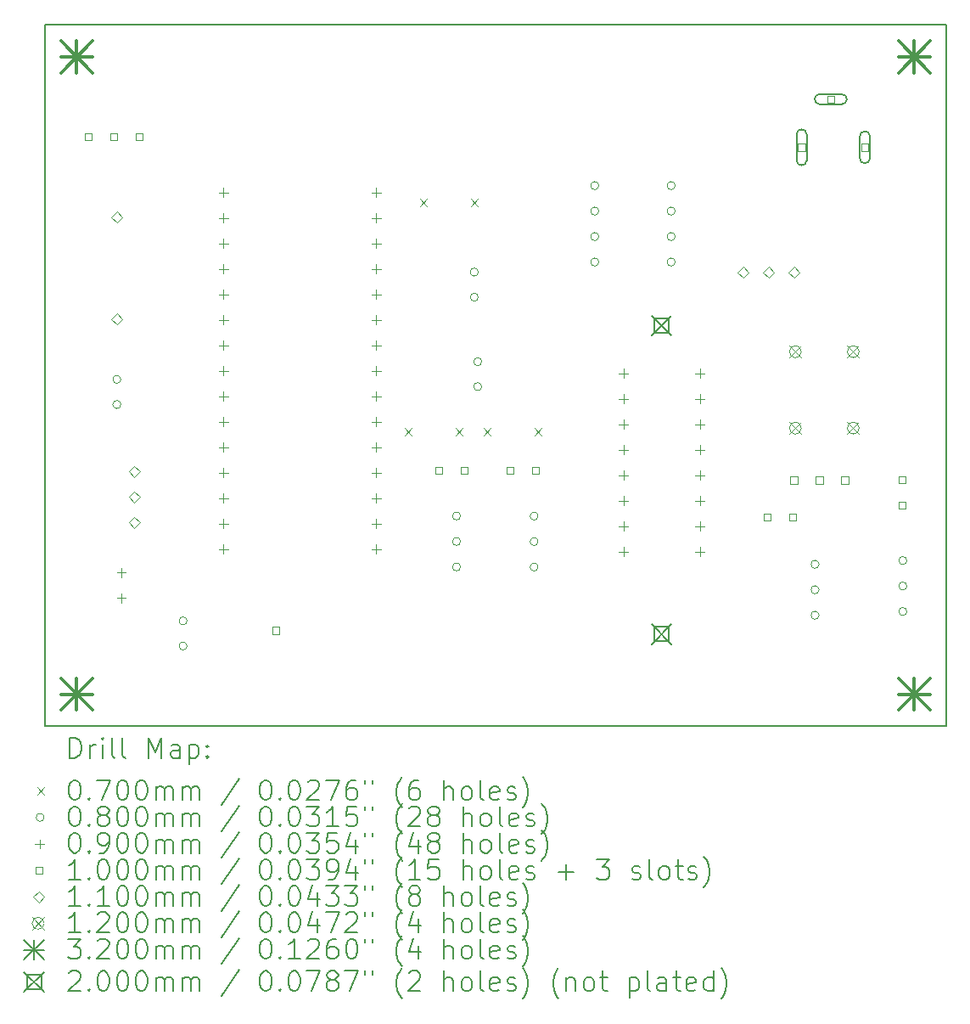
<source format=gbr>
%TF.GenerationSoftware,KiCad,Pcbnew,(6.0.7)*%
%TF.CreationDate,2023-03-15T17:40:24-04:00*%
%TF.ProjectId,NPN Tracer V1,4e504e20-5472-4616-9365-722056312e6b,rev?*%
%TF.SameCoordinates,Original*%
%TF.FileFunction,Drillmap*%
%TF.FilePolarity,Positive*%
%FSLAX45Y45*%
G04 Gerber Fmt 4.5, Leading zero omitted, Abs format (unit mm)*
G04 Created by KiCad (PCBNEW (6.0.7)) date 2023-03-15 17:40:24*
%MOMM*%
%LPD*%
G01*
G04 APERTURE LIST*
%ADD10C,0.150000*%
%ADD11C,0.200000*%
%ADD12C,0.070000*%
%ADD13C,0.080000*%
%ADD14C,0.090000*%
%ADD15C,0.100000*%
%ADD16C,0.110000*%
%ADD17C,0.120000*%
%ADD18C,0.320000*%
G04 APERTURE END LIST*
D10*
X17418050Y-5041900D02*
X8426450Y-5041900D01*
X8426450Y-5041900D02*
X8426450Y-12033250D01*
X8426450Y-12033250D02*
X17418050Y-12033250D01*
X17418050Y-12033250D02*
X17418050Y-5041900D01*
D11*
D12*
X12018650Y-9064550D02*
X12088650Y-9134550D01*
X12088650Y-9064550D02*
X12018650Y-9134550D01*
X12169700Y-6778550D02*
X12239700Y-6848550D01*
X12239700Y-6778550D02*
X12169700Y-6848550D01*
X12526650Y-9064550D02*
X12596650Y-9134550D01*
X12596650Y-9064550D02*
X12526650Y-9134550D01*
X12677700Y-6778550D02*
X12747700Y-6848550D01*
X12747700Y-6778550D02*
X12677700Y-6848550D01*
X12806050Y-9064550D02*
X12876050Y-9134550D01*
X12876050Y-9064550D02*
X12806050Y-9134550D01*
X13314050Y-9064550D02*
X13384050Y-9134550D01*
X13384050Y-9064550D02*
X13314050Y-9134550D01*
D13*
X9184000Y-8577465D02*
G75*
G03*
X9184000Y-8577465I-40000J0D01*
G01*
X9184000Y-8827465D02*
G75*
G03*
X9184000Y-8827465I-40000J0D01*
G01*
X9844400Y-10985500D02*
G75*
G03*
X9844400Y-10985500I-40000J0D01*
G01*
X9844400Y-11235500D02*
G75*
G03*
X9844400Y-11235500I-40000J0D01*
G01*
X12572450Y-9939200D02*
G75*
G03*
X12572450Y-9939200I-40000J0D01*
G01*
X12572450Y-10193200D02*
G75*
G03*
X12572450Y-10193200I-40000J0D01*
G01*
X12572450Y-10447200D02*
G75*
G03*
X12572450Y-10447200I-40000J0D01*
G01*
X12750250Y-7507150D02*
G75*
G03*
X12750250Y-7507150I-40000J0D01*
G01*
X12750250Y-7757150D02*
G75*
G03*
X12750250Y-7757150I-40000J0D01*
G01*
X12784450Y-8399665D02*
G75*
G03*
X12784450Y-8399665I-40000J0D01*
G01*
X12784450Y-8649665D02*
G75*
G03*
X12784450Y-8649665I-40000J0D01*
G01*
X13347150Y-9940200D02*
G75*
G03*
X13347150Y-9940200I-40000J0D01*
G01*
X13347150Y-10194200D02*
G75*
G03*
X13347150Y-10194200I-40000J0D01*
G01*
X13347150Y-10448200D02*
G75*
G03*
X13347150Y-10448200I-40000J0D01*
G01*
X13951400Y-6644550D02*
G75*
G03*
X13951400Y-6644550I-40000J0D01*
G01*
X13951400Y-6898550D02*
G75*
G03*
X13951400Y-6898550I-40000J0D01*
G01*
X13951400Y-7152550D02*
G75*
G03*
X13951400Y-7152550I-40000J0D01*
G01*
X13951400Y-7406550D02*
G75*
G03*
X13951400Y-7406550I-40000J0D01*
G01*
X14713400Y-6644550D02*
G75*
G03*
X14713400Y-6644550I-40000J0D01*
G01*
X14713400Y-6898550D02*
G75*
G03*
X14713400Y-6898550I-40000J0D01*
G01*
X14713400Y-7152550D02*
G75*
G03*
X14713400Y-7152550I-40000J0D01*
G01*
X14713400Y-7406550D02*
G75*
G03*
X14713400Y-7406550I-40000J0D01*
G01*
X16149950Y-10421350D02*
G75*
G03*
X16149950Y-10421350I-40000J0D01*
G01*
X16149950Y-10675350D02*
G75*
G03*
X16149950Y-10675350I-40000J0D01*
G01*
X16149950Y-10929350D02*
G75*
G03*
X16149950Y-10929350I-40000J0D01*
G01*
X17026250Y-10383250D02*
G75*
G03*
X17026250Y-10383250I-40000J0D01*
G01*
X17026250Y-10637250D02*
G75*
G03*
X17026250Y-10637250I-40000J0D01*
G01*
X17026250Y-10891250D02*
G75*
G03*
X17026250Y-10891250I-40000J0D01*
G01*
D14*
X9188450Y-10458400D02*
X9188450Y-10548400D01*
X9143450Y-10503400D02*
X9233450Y-10503400D01*
X9188450Y-10712400D02*
X9188450Y-10802400D01*
X9143450Y-10757400D02*
X9233450Y-10757400D01*
X10208350Y-6668400D02*
X10208350Y-6758400D01*
X10163350Y-6713400D02*
X10253350Y-6713400D01*
X10208350Y-6922400D02*
X10208350Y-7012400D01*
X10163350Y-6967400D02*
X10253350Y-6967400D01*
X10208350Y-7176400D02*
X10208350Y-7266400D01*
X10163350Y-7221400D02*
X10253350Y-7221400D01*
X10208350Y-7430400D02*
X10208350Y-7520400D01*
X10163350Y-7475400D02*
X10253350Y-7475400D01*
X10208350Y-7684400D02*
X10208350Y-7774400D01*
X10163350Y-7729400D02*
X10253350Y-7729400D01*
X10208350Y-7938400D02*
X10208350Y-8028400D01*
X10163350Y-7983400D02*
X10253350Y-7983400D01*
X10208350Y-8192400D02*
X10208350Y-8282400D01*
X10163350Y-8237400D02*
X10253350Y-8237400D01*
X10208350Y-8446400D02*
X10208350Y-8536400D01*
X10163350Y-8491400D02*
X10253350Y-8491400D01*
X10208350Y-8700400D02*
X10208350Y-8790400D01*
X10163350Y-8745400D02*
X10253350Y-8745400D01*
X10208350Y-8954400D02*
X10208350Y-9044400D01*
X10163350Y-8999400D02*
X10253350Y-8999400D01*
X10208350Y-9208400D02*
X10208350Y-9298400D01*
X10163350Y-9253400D02*
X10253350Y-9253400D01*
X10208350Y-9462400D02*
X10208350Y-9552400D01*
X10163350Y-9507400D02*
X10253350Y-9507400D01*
X10208350Y-9716400D02*
X10208350Y-9806400D01*
X10163350Y-9761400D02*
X10253350Y-9761400D01*
X10208350Y-9970400D02*
X10208350Y-10060400D01*
X10163350Y-10015400D02*
X10253350Y-10015400D01*
X10208350Y-10224400D02*
X10208350Y-10314400D01*
X10163350Y-10269400D02*
X10253350Y-10269400D01*
X11732350Y-6668400D02*
X11732350Y-6758400D01*
X11687350Y-6713400D02*
X11777350Y-6713400D01*
X11732350Y-6922400D02*
X11732350Y-7012400D01*
X11687350Y-6967400D02*
X11777350Y-6967400D01*
X11732350Y-7176400D02*
X11732350Y-7266400D01*
X11687350Y-7221400D02*
X11777350Y-7221400D01*
X11732350Y-7430400D02*
X11732350Y-7520400D01*
X11687350Y-7475400D02*
X11777350Y-7475400D01*
X11732350Y-7684400D02*
X11732350Y-7774400D01*
X11687350Y-7729400D02*
X11777350Y-7729400D01*
X11732350Y-7938400D02*
X11732350Y-8028400D01*
X11687350Y-7983400D02*
X11777350Y-7983400D01*
X11732350Y-8192400D02*
X11732350Y-8282400D01*
X11687350Y-8237400D02*
X11777350Y-8237400D01*
X11732350Y-8446400D02*
X11732350Y-8536400D01*
X11687350Y-8491400D02*
X11777350Y-8491400D01*
X11732350Y-8700400D02*
X11732350Y-8790400D01*
X11687350Y-8745400D02*
X11777350Y-8745400D01*
X11732350Y-8954400D02*
X11732350Y-9044400D01*
X11687350Y-8999400D02*
X11777350Y-8999400D01*
X11732350Y-9208400D02*
X11732350Y-9298400D01*
X11687350Y-9253400D02*
X11777350Y-9253400D01*
X11732350Y-9462400D02*
X11732350Y-9552400D01*
X11687350Y-9507400D02*
X11777350Y-9507400D01*
X11732350Y-9716400D02*
X11732350Y-9806400D01*
X11687350Y-9761400D02*
X11777350Y-9761400D01*
X11732350Y-9970400D02*
X11732350Y-10060400D01*
X11687350Y-10015400D02*
X11777350Y-10015400D01*
X11732350Y-10224400D02*
X11732350Y-10314400D01*
X11687350Y-10269400D02*
X11777350Y-10269400D01*
X14198600Y-8470350D02*
X14198600Y-8560350D01*
X14153600Y-8515350D02*
X14243600Y-8515350D01*
X14198600Y-8724350D02*
X14198600Y-8814350D01*
X14153600Y-8769350D02*
X14243600Y-8769350D01*
X14198600Y-8978350D02*
X14198600Y-9068350D01*
X14153600Y-9023350D02*
X14243600Y-9023350D01*
X14198600Y-9232350D02*
X14198600Y-9322350D01*
X14153600Y-9277350D02*
X14243600Y-9277350D01*
X14198600Y-9486350D02*
X14198600Y-9576350D01*
X14153600Y-9531350D02*
X14243600Y-9531350D01*
X14198600Y-9740350D02*
X14198600Y-9830350D01*
X14153600Y-9785350D02*
X14243600Y-9785350D01*
X14198600Y-9994350D02*
X14198600Y-10084350D01*
X14153600Y-10039350D02*
X14243600Y-10039350D01*
X14198600Y-10248350D02*
X14198600Y-10338350D01*
X14153600Y-10293350D02*
X14243600Y-10293350D01*
X14960600Y-8470350D02*
X14960600Y-8560350D01*
X14915600Y-8515350D02*
X15005600Y-8515350D01*
X14960600Y-8724350D02*
X14960600Y-8814350D01*
X14915600Y-8769350D02*
X15005600Y-8769350D01*
X14960600Y-8978350D02*
X14960600Y-9068350D01*
X14915600Y-9023350D02*
X15005600Y-9023350D01*
X14960600Y-9232350D02*
X14960600Y-9322350D01*
X14915600Y-9277350D02*
X15005600Y-9277350D01*
X14960600Y-9486350D02*
X14960600Y-9576350D01*
X14915600Y-9531350D02*
X15005600Y-9531350D01*
X14960600Y-9740350D02*
X14960600Y-9830350D01*
X14915600Y-9785350D02*
X15005600Y-9785350D01*
X14960600Y-9994350D02*
X14960600Y-10084350D01*
X14915600Y-10039350D02*
X15005600Y-10039350D01*
X14960600Y-10248350D02*
X14960600Y-10338350D01*
X14915600Y-10293350D02*
X15005600Y-10293350D01*
D15*
X8895106Y-6194856D02*
X8895106Y-6124144D01*
X8824394Y-6124144D01*
X8824394Y-6194856D01*
X8895106Y-6194856D01*
X9149106Y-6194856D02*
X9149106Y-6124144D01*
X9078394Y-6124144D01*
X9078394Y-6194856D01*
X9149106Y-6194856D01*
X9403106Y-6194856D02*
X9403106Y-6124144D01*
X9332394Y-6124144D01*
X9332394Y-6194856D01*
X9403106Y-6194856D01*
X10766856Y-11116106D02*
X10766856Y-11045394D01*
X10696144Y-11045394D01*
X10696144Y-11116106D01*
X10766856Y-11116106D01*
X12391956Y-9522256D02*
X12391956Y-9451544D01*
X12321244Y-9451544D01*
X12321244Y-9522256D01*
X12391956Y-9522256D01*
X12645956Y-9522256D02*
X12645956Y-9451544D01*
X12575244Y-9451544D01*
X12575244Y-9522256D01*
X12645956Y-9522256D01*
X13103156Y-9522256D02*
X13103156Y-9451544D01*
X13032444Y-9451544D01*
X13032444Y-9522256D01*
X13103156Y-9522256D01*
X13357156Y-9522256D02*
X13357156Y-9451544D01*
X13286444Y-9451544D01*
X13286444Y-9522256D01*
X13357156Y-9522256D01*
X15669556Y-9985806D02*
X15669556Y-9915094D01*
X15598844Y-9915094D01*
X15598844Y-9985806D01*
X15669556Y-9985806D01*
X15923556Y-9985806D02*
X15923556Y-9915094D01*
X15852844Y-9915094D01*
X15852844Y-9985806D01*
X15923556Y-9985806D01*
X15934256Y-9617506D02*
X15934256Y-9546794D01*
X15863544Y-9546794D01*
X15863544Y-9617506D01*
X15934256Y-9617506D01*
X16011956Y-6297956D02*
X16011956Y-6227244D01*
X15941244Y-6227244D01*
X15941244Y-6297956D01*
X16011956Y-6297956D01*
D11*
X16026600Y-6392600D02*
X16026600Y-6132600D01*
X15926600Y-6392600D02*
X15926600Y-6132600D01*
X16026600Y-6132600D02*
G75*
G03*
X15926600Y-6132600I-50000J0D01*
G01*
X15926600Y-6392600D02*
G75*
G03*
X16026600Y-6392600I50000J0D01*
G01*
D15*
X16188256Y-9617506D02*
X16188256Y-9546794D01*
X16117544Y-9546794D01*
X16117544Y-9617506D01*
X16188256Y-9617506D01*
X16301956Y-5817956D02*
X16301956Y-5747244D01*
X16231244Y-5747244D01*
X16231244Y-5817956D01*
X16301956Y-5817956D01*
D11*
X16156600Y-5832600D02*
X16376600Y-5832600D01*
X16156600Y-5732600D02*
X16376600Y-5732600D01*
X16376600Y-5832600D02*
G75*
G03*
X16376600Y-5732600I0J50000D01*
G01*
X16156600Y-5732600D02*
G75*
G03*
X16156600Y-5832600I0J-50000D01*
G01*
D15*
X16442256Y-9617506D02*
X16442256Y-9546794D01*
X16371544Y-9546794D01*
X16371544Y-9617506D01*
X16442256Y-9617506D01*
X16641956Y-6297956D02*
X16641956Y-6227244D01*
X16571244Y-6227244D01*
X16571244Y-6297956D01*
X16641956Y-6297956D01*
D11*
X16656600Y-6372600D02*
X16656600Y-6152600D01*
X16556600Y-6372600D02*
X16556600Y-6152600D01*
X16656600Y-6152600D02*
G75*
G03*
X16556600Y-6152600I-50000J0D01*
G01*
X16556600Y-6372600D02*
G75*
G03*
X16656600Y-6372600I50000J0D01*
G01*
D15*
X17015256Y-9611656D02*
X17015256Y-9540944D01*
X16944544Y-9540944D01*
X16944544Y-9611656D01*
X17015256Y-9611656D01*
X17015256Y-9865656D02*
X17015256Y-9794944D01*
X16944544Y-9794944D01*
X16944544Y-9865656D01*
X17015256Y-9865656D01*
D16*
X9144000Y-7014600D02*
X9199000Y-6959600D01*
X9144000Y-6904600D01*
X9089000Y-6959600D01*
X9144000Y-7014600D01*
X9144000Y-8030600D02*
X9199000Y-7975600D01*
X9144000Y-7920600D01*
X9089000Y-7975600D01*
X9144000Y-8030600D01*
X9318200Y-9548250D02*
X9373200Y-9493250D01*
X9318200Y-9438250D01*
X9263200Y-9493250D01*
X9318200Y-9548250D01*
X9318200Y-9802250D02*
X9373200Y-9747250D01*
X9318200Y-9692250D01*
X9263200Y-9747250D01*
X9318200Y-9802250D01*
X9318200Y-10056250D02*
X9373200Y-10001250D01*
X9318200Y-9946250D01*
X9263200Y-10001250D01*
X9318200Y-10056250D01*
X15392400Y-7563450D02*
X15447400Y-7508450D01*
X15392400Y-7453450D01*
X15337400Y-7508450D01*
X15392400Y-7563450D01*
X15646400Y-7563450D02*
X15701400Y-7508450D01*
X15646400Y-7453450D01*
X15591400Y-7508450D01*
X15646400Y-7563450D01*
X15900400Y-7563450D02*
X15955400Y-7508450D01*
X15900400Y-7453450D01*
X15845400Y-7508450D01*
X15900400Y-7563450D01*
D17*
X15853100Y-8240950D02*
X15973100Y-8360950D01*
X15973100Y-8240950D02*
X15853100Y-8360950D01*
X15973100Y-8300950D02*
G75*
G03*
X15973100Y-8300950I-60000J0D01*
G01*
X15853100Y-9002950D02*
X15973100Y-9122950D01*
X15973100Y-9002950D02*
X15853100Y-9122950D01*
X15973100Y-9062950D02*
G75*
G03*
X15973100Y-9062950I-60000J0D01*
G01*
X16430950Y-8240950D02*
X16550950Y-8360950D01*
X16550950Y-8240950D02*
X16430950Y-8360950D01*
X16550950Y-8300950D02*
G75*
G03*
X16550950Y-8300950I-60000J0D01*
G01*
X16430950Y-9002950D02*
X16550950Y-9122950D01*
X16550950Y-9002950D02*
X16430950Y-9122950D01*
X16550950Y-9062950D02*
G75*
G03*
X16550950Y-9062950I-60000J0D01*
G01*
D18*
X8583950Y-5199400D02*
X8903950Y-5519400D01*
X8903950Y-5199400D02*
X8583950Y-5519400D01*
X8743950Y-5199400D02*
X8743950Y-5519400D01*
X8583950Y-5359400D02*
X8903950Y-5359400D01*
X8583950Y-11555750D02*
X8903950Y-11875750D01*
X8903950Y-11555750D02*
X8583950Y-11875750D01*
X8743950Y-11555750D02*
X8743950Y-11875750D01*
X8583950Y-11715750D02*
X8903950Y-11715750D01*
X16940550Y-5199400D02*
X17260550Y-5519400D01*
X17260550Y-5199400D02*
X16940550Y-5519400D01*
X17100550Y-5199400D02*
X17100550Y-5519400D01*
X16940550Y-5359400D02*
X17260550Y-5359400D01*
X16940550Y-11555750D02*
X17260550Y-11875750D01*
X17260550Y-11555750D02*
X16940550Y-11875750D01*
X17100550Y-11555750D02*
X17100550Y-11875750D01*
X16940550Y-11715750D02*
X17260550Y-11715750D01*
D11*
X14479600Y-7942350D02*
X14679600Y-8142350D01*
X14679600Y-7942350D02*
X14479600Y-8142350D01*
X14650311Y-8113061D02*
X14650311Y-7971639D01*
X14508889Y-7971639D01*
X14508889Y-8113061D01*
X14650311Y-8113061D01*
X14479600Y-11016350D02*
X14679600Y-11216350D01*
X14679600Y-11016350D02*
X14479600Y-11216350D01*
X14650311Y-11187061D02*
X14650311Y-11045639D01*
X14508889Y-11045639D01*
X14508889Y-11187061D01*
X14650311Y-11187061D01*
X8676569Y-12351226D02*
X8676569Y-12151226D01*
X8724188Y-12151226D01*
X8752760Y-12160750D01*
X8771807Y-12179798D01*
X8781331Y-12198845D01*
X8790855Y-12236940D01*
X8790855Y-12265512D01*
X8781331Y-12303607D01*
X8771807Y-12322655D01*
X8752760Y-12341702D01*
X8724188Y-12351226D01*
X8676569Y-12351226D01*
X8876569Y-12351226D02*
X8876569Y-12217893D01*
X8876569Y-12255988D02*
X8886093Y-12236940D01*
X8895617Y-12227417D01*
X8914664Y-12217893D01*
X8933712Y-12217893D01*
X9000379Y-12351226D02*
X9000379Y-12217893D01*
X9000379Y-12151226D02*
X8990855Y-12160750D01*
X9000379Y-12170274D01*
X9009902Y-12160750D01*
X9000379Y-12151226D01*
X9000379Y-12170274D01*
X9124188Y-12351226D02*
X9105140Y-12341702D01*
X9095617Y-12322655D01*
X9095617Y-12151226D01*
X9228950Y-12351226D02*
X9209902Y-12341702D01*
X9200379Y-12322655D01*
X9200379Y-12151226D01*
X9457521Y-12351226D02*
X9457521Y-12151226D01*
X9524188Y-12294083D01*
X9590855Y-12151226D01*
X9590855Y-12351226D01*
X9771807Y-12351226D02*
X9771807Y-12246464D01*
X9762283Y-12227417D01*
X9743236Y-12217893D01*
X9705140Y-12217893D01*
X9686093Y-12227417D01*
X9771807Y-12341702D02*
X9752760Y-12351226D01*
X9705140Y-12351226D01*
X9686093Y-12341702D01*
X9676569Y-12322655D01*
X9676569Y-12303607D01*
X9686093Y-12284559D01*
X9705140Y-12275036D01*
X9752760Y-12275036D01*
X9771807Y-12265512D01*
X9867045Y-12217893D02*
X9867045Y-12417893D01*
X9867045Y-12227417D02*
X9886093Y-12217893D01*
X9924188Y-12217893D01*
X9943236Y-12227417D01*
X9952760Y-12236940D01*
X9962283Y-12255988D01*
X9962283Y-12313131D01*
X9952760Y-12332178D01*
X9943236Y-12341702D01*
X9924188Y-12351226D01*
X9886093Y-12351226D01*
X9867045Y-12341702D01*
X10047998Y-12332178D02*
X10057521Y-12341702D01*
X10047998Y-12351226D01*
X10038474Y-12341702D01*
X10047998Y-12332178D01*
X10047998Y-12351226D01*
X10047998Y-12227417D02*
X10057521Y-12236940D01*
X10047998Y-12246464D01*
X10038474Y-12236940D01*
X10047998Y-12227417D01*
X10047998Y-12246464D01*
D12*
X8348950Y-12645750D02*
X8418950Y-12715750D01*
X8418950Y-12645750D02*
X8348950Y-12715750D01*
D11*
X8714664Y-12571226D02*
X8733712Y-12571226D01*
X8752760Y-12580750D01*
X8762283Y-12590274D01*
X8771807Y-12609321D01*
X8781331Y-12647417D01*
X8781331Y-12695036D01*
X8771807Y-12733131D01*
X8762283Y-12752178D01*
X8752760Y-12761702D01*
X8733712Y-12771226D01*
X8714664Y-12771226D01*
X8695617Y-12761702D01*
X8686093Y-12752178D01*
X8676569Y-12733131D01*
X8667045Y-12695036D01*
X8667045Y-12647417D01*
X8676569Y-12609321D01*
X8686093Y-12590274D01*
X8695617Y-12580750D01*
X8714664Y-12571226D01*
X8867045Y-12752178D02*
X8876569Y-12761702D01*
X8867045Y-12771226D01*
X8857521Y-12761702D01*
X8867045Y-12752178D01*
X8867045Y-12771226D01*
X8943236Y-12571226D02*
X9076569Y-12571226D01*
X8990855Y-12771226D01*
X9190855Y-12571226D02*
X9209902Y-12571226D01*
X9228950Y-12580750D01*
X9238474Y-12590274D01*
X9247998Y-12609321D01*
X9257521Y-12647417D01*
X9257521Y-12695036D01*
X9247998Y-12733131D01*
X9238474Y-12752178D01*
X9228950Y-12761702D01*
X9209902Y-12771226D01*
X9190855Y-12771226D01*
X9171807Y-12761702D01*
X9162283Y-12752178D01*
X9152760Y-12733131D01*
X9143236Y-12695036D01*
X9143236Y-12647417D01*
X9152760Y-12609321D01*
X9162283Y-12590274D01*
X9171807Y-12580750D01*
X9190855Y-12571226D01*
X9381331Y-12571226D02*
X9400379Y-12571226D01*
X9419426Y-12580750D01*
X9428950Y-12590274D01*
X9438474Y-12609321D01*
X9447998Y-12647417D01*
X9447998Y-12695036D01*
X9438474Y-12733131D01*
X9428950Y-12752178D01*
X9419426Y-12761702D01*
X9400379Y-12771226D01*
X9381331Y-12771226D01*
X9362283Y-12761702D01*
X9352760Y-12752178D01*
X9343236Y-12733131D01*
X9333712Y-12695036D01*
X9333712Y-12647417D01*
X9343236Y-12609321D01*
X9352760Y-12590274D01*
X9362283Y-12580750D01*
X9381331Y-12571226D01*
X9533712Y-12771226D02*
X9533712Y-12637893D01*
X9533712Y-12656940D02*
X9543236Y-12647417D01*
X9562283Y-12637893D01*
X9590855Y-12637893D01*
X9609902Y-12647417D01*
X9619426Y-12666464D01*
X9619426Y-12771226D01*
X9619426Y-12666464D02*
X9628950Y-12647417D01*
X9647998Y-12637893D01*
X9676569Y-12637893D01*
X9695617Y-12647417D01*
X9705140Y-12666464D01*
X9705140Y-12771226D01*
X9800379Y-12771226D02*
X9800379Y-12637893D01*
X9800379Y-12656940D02*
X9809902Y-12647417D01*
X9828950Y-12637893D01*
X9857521Y-12637893D01*
X9876569Y-12647417D01*
X9886093Y-12666464D01*
X9886093Y-12771226D01*
X9886093Y-12666464D02*
X9895617Y-12647417D01*
X9914664Y-12637893D01*
X9943236Y-12637893D01*
X9962283Y-12647417D01*
X9971807Y-12666464D01*
X9971807Y-12771226D01*
X10362283Y-12561702D02*
X10190855Y-12818845D01*
X10619426Y-12571226D02*
X10638474Y-12571226D01*
X10657521Y-12580750D01*
X10667045Y-12590274D01*
X10676569Y-12609321D01*
X10686093Y-12647417D01*
X10686093Y-12695036D01*
X10676569Y-12733131D01*
X10667045Y-12752178D01*
X10657521Y-12761702D01*
X10638474Y-12771226D01*
X10619426Y-12771226D01*
X10600379Y-12761702D01*
X10590855Y-12752178D01*
X10581331Y-12733131D01*
X10571807Y-12695036D01*
X10571807Y-12647417D01*
X10581331Y-12609321D01*
X10590855Y-12590274D01*
X10600379Y-12580750D01*
X10619426Y-12571226D01*
X10771807Y-12752178D02*
X10781331Y-12761702D01*
X10771807Y-12771226D01*
X10762283Y-12761702D01*
X10771807Y-12752178D01*
X10771807Y-12771226D01*
X10905140Y-12571226D02*
X10924188Y-12571226D01*
X10943236Y-12580750D01*
X10952760Y-12590274D01*
X10962283Y-12609321D01*
X10971807Y-12647417D01*
X10971807Y-12695036D01*
X10962283Y-12733131D01*
X10952760Y-12752178D01*
X10943236Y-12761702D01*
X10924188Y-12771226D01*
X10905140Y-12771226D01*
X10886093Y-12761702D01*
X10876569Y-12752178D01*
X10867045Y-12733131D01*
X10857521Y-12695036D01*
X10857521Y-12647417D01*
X10867045Y-12609321D01*
X10876569Y-12590274D01*
X10886093Y-12580750D01*
X10905140Y-12571226D01*
X11047998Y-12590274D02*
X11057521Y-12580750D01*
X11076569Y-12571226D01*
X11124188Y-12571226D01*
X11143236Y-12580750D01*
X11152760Y-12590274D01*
X11162283Y-12609321D01*
X11162283Y-12628369D01*
X11152760Y-12656940D01*
X11038474Y-12771226D01*
X11162283Y-12771226D01*
X11228950Y-12571226D02*
X11362283Y-12571226D01*
X11276569Y-12771226D01*
X11524188Y-12571226D02*
X11486093Y-12571226D01*
X11467045Y-12580750D01*
X11457521Y-12590274D01*
X11438474Y-12618845D01*
X11428950Y-12656940D01*
X11428950Y-12733131D01*
X11438474Y-12752178D01*
X11447998Y-12761702D01*
X11467045Y-12771226D01*
X11505140Y-12771226D01*
X11524188Y-12761702D01*
X11533712Y-12752178D01*
X11543236Y-12733131D01*
X11543236Y-12685512D01*
X11533712Y-12666464D01*
X11524188Y-12656940D01*
X11505140Y-12647417D01*
X11467045Y-12647417D01*
X11447998Y-12656940D01*
X11438474Y-12666464D01*
X11428950Y-12685512D01*
X11619426Y-12571226D02*
X11619426Y-12609321D01*
X11695617Y-12571226D02*
X11695617Y-12609321D01*
X11990855Y-12847417D02*
X11981331Y-12837893D01*
X11962283Y-12809321D01*
X11952759Y-12790274D01*
X11943236Y-12761702D01*
X11933712Y-12714083D01*
X11933712Y-12675988D01*
X11943236Y-12628369D01*
X11952759Y-12599798D01*
X11962283Y-12580750D01*
X11981331Y-12552178D01*
X11990855Y-12542655D01*
X12152759Y-12571226D02*
X12114664Y-12571226D01*
X12095617Y-12580750D01*
X12086093Y-12590274D01*
X12067045Y-12618845D01*
X12057521Y-12656940D01*
X12057521Y-12733131D01*
X12067045Y-12752178D01*
X12076569Y-12761702D01*
X12095617Y-12771226D01*
X12133712Y-12771226D01*
X12152759Y-12761702D01*
X12162283Y-12752178D01*
X12171807Y-12733131D01*
X12171807Y-12685512D01*
X12162283Y-12666464D01*
X12152759Y-12656940D01*
X12133712Y-12647417D01*
X12095617Y-12647417D01*
X12076569Y-12656940D01*
X12067045Y-12666464D01*
X12057521Y-12685512D01*
X12409902Y-12771226D02*
X12409902Y-12571226D01*
X12495617Y-12771226D02*
X12495617Y-12666464D01*
X12486093Y-12647417D01*
X12467045Y-12637893D01*
X12438474Y-12637893D01*
X12419426Y-12647417D01*
X12409902Y-12656940D01*
X12619426Y-12771226D02*
X12600378Y-12761702D01*
X12590855Y-12752178D01*
X12581331Y-12733131D01*
X12581331Y-12675988D01*
X12590855Y-12656940D01*
X12600378Y-12647417D01*
X12619426Y-12637893D01*
X12647998Y-12637893D01*
X12667045Y-12647417D01*
X12676569Y-12656940D01*
X12686093Y-12675988D01*
X12686093Y-12733131D01*
X12676569Y-12752178D01*
X12667045Y-12761702D01*
X12647998Y-12771226D01*
X12619426Y-12771226D01*
X12800378Y-12771226D02*
X12781331Y-12761702D01*
X12771807Y-12742655D01*
X12771807Y-12571226D01*
X12952759Y-12761702D02*
X12933712Y-12771226D01*
X12895617Y-12771226D01*
X12876569Y-12761702D01*
X12867045Y-12742655D01*
X12867045Y-12666464D01*
X12876569Y-12647417D01*
X12895617Y-12637893D01*
X12933712Y-12637893D01*
X12952759Y-12647417D01*
X12962283Y-12666464D01*
X12962283Y-12685512D01*
X12867045Y-12704559D01*
X13038474Y-12761702D02*
X13057521Y-12771226D01*
X13095617Y-12771226D01*
X13114664Y-12761702D01*
X13124188Y-12742655D01*
X13124188Y-12733131D01*
X13114664Y-12714083D01*
X13095617Y-12704559D01*
X13067045Y-12704559D01*
X13047998Y-12695036D01*
X13038474Y-12675988D01*
X13038474Y-12666464D01*
X13047998Y-12647417D01*
X13067045Y-12637893D01*
X13095617Y-12637893D01*
X13114664Y-12647417D01*
X13190855Y-12847417D02*
X13200378Y-12837893D01*
X13219426Y-12809321D01*
X13228950Y-12790274D01*
X13238474Y-12761702D01*
X13247998Y-12714083D01*
X13247998Y-12675988D01*
X13238474Y-12628369D01*
X13228950Y-12599798D01*
X13219426Y-12580750D01*
X13200378Y-12552178D01*
X13190855Y-12542655D01*
D13*
X8418950Y-12944750D02*
G75*
G03*
X8418950Y-12944750I-40000J0D01*
G01*
D11*
X8714664Y-12835226D02*
X8733712Y-12835226D01*
X8752760Y-12844750D01*
X8762283Y-12854274D01*
X8771807Y-12873321D01*
X8781331Y-12911417D01*
X8781331Y-12959036D01*
X8771807Y-12997131D01*
X8762283Y-13016178D01*
X8752760Y-13025702D01*
X8733712Y-13035226D01*
X8714664Y-13035226D01*
X8695617Y-13025702D01*
X8686093Y-13016178D01*
X8676569Y-12997131D01*
X8667045Y-12959036D01*
X8667045Y-12911417D01*
X8676569Y-12873321D01*
X8686093Y-12854274D01*
X8695617Y-12844750D01*
X8714664Y-12835226D01*
X8867045Y-13016178D02*
X8876569Y-13025702D01*
X8867045Y-13035226D01*
X8857521Y-13025702D01*
X8867045Y-13016178D01*
X8867045Y-13035226D01*
X8990855Y-12920940D02*
X8971807Y-12911417D01*
X8962283Y-12901893D01*
X8952760Y-12882845D01*
X8952760Y-12873321D01*
X8962283Y-12854274D01*
X8971807Y-12844750D01*
X8990855Y-12835226D01*
X9028950Y-12835226D01*
X9047998Y-12844750D01*
X9057521Y-12854274D01*
X9067045Y-12873321D01*
X9067045Y-12882845D01*
X9057521Y-12901893D01*
X9047998Y-12911417D01*
X9028950Y-12920940D01*
X8990855Y-12920940D01*
X8971807Y-12930464D01*
X8962283Y-12939988D01*
X8952760Y-12959036D01*
X8952760Y-12997131D01*
X8962283Y-13016178D01*
X8971807Y-13025702D01*
X8990855Y-13035226D01*
X9028950Y-13035226D01*
X9047998Y-13025702D01*
X9057521Y-13016178D01*
X9067045Y-12997131D01*
X9067045Y-12959036D01*
X9057521Y-12939988D01*
X9047998Y-12930464D01*
X9028950Y-12920940D01*
X9190855Y-12835226D02*
X9209902Y-12835226D01*
X9228950Y-12844750D01*
X9238474Y-12854274D01*
X9247998Y-12873321D01*
X9257521Y-12911417D01*
X9257521Y-12959036D01*
X9247998Y-12997131D01*
X9238474Y-13016178D01*
X9228950Y-13025702D01*
X9209902Y-13035226D01*
X9190855Y-13035226D01*
X9171807Y-13025702D01*
X9162283Y-13016178D01*
X9152760Y-12997131D01*
X9143236Y-12959036D01*
X9143236Y-12911417D01*
X9152760Y-12873321D01*
X9162283Y-12854274D01*
X9171807Y-12844750D01*
X9190855Y-12835226D01*
X9381331Y-12835226D02*
X9400379Y-12835226D01*
X9419426Y-12844750D01*
X9428950Y-12854274D01*
X9438474Y-12873321D01*
X9447998Y-12911417D01*
X9447998Y-12959036D01*
X9438474Y-12997131D01*
X9428950Y-13016178D01*
X9419426Y-13025702D01*
X9400379Y-13035226D01*
X9381331Y-13035226D01*
X9362283Y-13025702D01*
X9352760Y-13016178D01*
X9343236Y-12997131D01*
X9333712Y-12959036D01*
X9333712Y-12911417D01*
X9343236Y-12873321D01*
X9352760Y-12854274D01*
X9362283Y-12844750D01*
X9381331Y-12835226D01*
X9533712Y-13035226D02*
X9533712Y-12901893D01*
X9533712Y-12920940D02*
X9543236Y-12911417D01*
X9562283Y-12901893D01*
X9590855Y-12901893D01*
X9609902Y-12911417D01*
X9619426Y-12930464D01*
X9619426Y-13035226D01*
X9619426Y-12930464D02*
X9628950Y-12911417D01*
X9647998Y-12901893D01*
X9676569Y-12901893D01*
X9695617Y-12911417D01*
X9705140Y-12930464D01*
X9705140Y-13035226D01*
X9800379Y-13035226D02*
X9800379Y-12901893D01*
X9800379Y-12920940D02*
X9809902Y-12911417D01*
X9828950Y-12901893D01*
X9857521Y-12901893D01*
X9876569Y-12911417D01*
X9886093Y-12930464D01*
X9886093Y-13035226D01*
X9886093Y-12930464D02*
X9895617Y-12911417D01*
X9914664Y-12901893D01*
X9943236Y-12901893D01*
X9962283Y-12911417D01*
X9971807Y-12930464D01*
X9971807Y-13035226D01*
X10362283Y-12825702D02*
X10190855Y-13082845D01*
X10619426Y-12835226D02*
X10638474Y-12835226D01*
X10657521Y-12844750D01*
X10667045Y-12854274D01*
X10676569Y-12873321D01*
X10686093Y-12911417D01*
X10686093Y-12959036D01*
X10676569Y-12997131D01*
X10667045Y-13016178D01*
X10657521Y-13025702D01*
X10638474Y-13035226D01*
X10619426Y-13035226D01*
X10600379Y-13025702D01*
X10590855Y-13016178D01*
X10581331Y-12997131D01*
X10571807Y-12959036D01*
X10571807Y-12911417D01*
X10581331Y-12873321D01*
X10590855Y-12854274D01*
X10600379Y-12844750D01*
X10619426Y-12835226D01*
X10771807Y-13016178D02*
X10781331Y-13025702D01*
X10771807Y-13035226D01*
X10762283Y-13025702D01*
X10771807Y-13016178D01*
X10771807Y-13035226D01*
X10905140Y-12835226D02*
X10924188Y-12835226D01*
X10943236Y-12844750D01*
X10952760Y-12854274D01*
X10962283Y-12873321D01*
X10971807Y-12911417D01*
X10971807Y-12959036D01*
X10962283Y-12997131D01*
X10952760Y-13016178D01*
X10943236Y-13025702D01*
X10924188Y-13035226D01*
X10905140Y-13035226D01*
X10886093Y-13025702D01*
X10876569Y-13016178D01*
X10867045Y-12997131D01*
X10857521Y-12959036D01*
X10857521Y-12911417D01*
X10867045Y-12873321D01*
X10876569Y-12854274D01*
X10886093Y-12844750D01*
X10905140Y-12835226D01*
X11038474Y-12835226D02*
X11162283Y-12835226D01*
X11095617Y-12911417D01*
X11124188Y-12911417D01*
X11143236Y-12920940D01*
X11152760Y-12930464D01*
X11162283Y-12949512D01*
X11162283Y-12997131D01*
X11152760Y-13016178D01*
X11143236Y-13025702D01*
X11124188Y-13035226D01*
X11067045Y-13035226D01*
X11047998Y-13025702D01*
X11038474Y-13016178D01*
X11352759Y-13035226D02*
X11238474Y-13035226D01*
X11295617Y-13035226D02*
X11295617Y-12835226D01*
X11276569Y-12863798D01*
X11257521Y-12882845D01*
X11238474Y-12892369D01*
X11533712Y-12835226D02*
X11438474Y-12835226D01*
X11428950Y-12930464D01*
X11438474Y-12920940D01*
X11457521Y-12911417D01*
X11505140Y-12911417D01*
X11524188Y-12920940D01*
X11533712Y-12930464D01*
X11543236Y-12949512D01*
X11543236Y-12997131D01*
X11533712Y-13016178D01*
X11524188Y-13025702D01*
X11505140Y-13035226D01*
X11457521Y-13035226D01*
X11438474Y-13025702D01*
X11428950Y-13016178D01*
X11619426Y-12835226D02*
X11619426Y-12873321D01*
X11695617Y-12835226D02*
X11695617Y-12873321D01*
X11990855Y-13111417D02*
X11981331Y-13101893D01*
X11962283Y-13073321D01*
X11952759Y-13054274D01*
X11943236Y-13025702D01*
X11933712Y-12978083D01*
X11933712Y-12939988D01*
X11943236Y-12892369D01*
X11952759Y-12863798D01*
X11962283Y-12844750D01*
X11981331Y-12816178D01*
X11990855Y-12806655D01*
X12057521Y-12854274D02*
X12067045Y-12844750D01*
X12086093Y-12835226D01*
X12133712Y-12835226D01*
X12152759Y-12844750D01*
X12162283Y-12854274D01*
X12171807Y-12873321D01*
X12171807Y-12892369D01*
X12162283Y-12920940D01*
X12047998Y-13035226D01*
X12171807Y-13035226D01*
X12286093Y-12920940D02*
X12267045Y-12911417D01*
X12257521Y-12901893D01*
X12247998Y-12882845D01*
X12247998Y-12873321D01*
X12257521Y-12854274D01*
X12267045Y-12844750D01*
X12286093Y-12835226D01*
X12324188Y-12835226D01*
X12343236Y-12844750D01*
X12352759Y-12854274D01*
X12362283Y-12873321D01*
X12362283Y-12882845D01*
X12352759Y-12901893D01*
X12343236Y-12911417D01*
X12324188Y-12920940D01*
X12286093Y-12920940D01*
X12267045Y-12930464D01*
X12257521Y-12939988D01*
X12247998Y-12959036D01*
X12247998Y-12997131D01*
X12257521Y-13016178D01*
X12267045Y-13025702D01*
X12286093Y-13035226D01*
X12324188Y-13035226D01*
X12343236Y-13025702D01*
X12352759Y-13016178D01*
X12362283Y-12997131D01*
X12362283Y-12959036D01*
X12352759Y-12939988D01*
X12343236Y-12930464D01*
X12324188Y-12920940D01*
X12600378Y-13035226D02*
X12600378Y-12835226D01*
X12686093Y-13035226D02*
X12686093Y-12930464D01*
X12676569Y-12911417D01*
X12657521Y-12901893D01*
X12628950Y-12901893D01*
X12609902Y-12911417D01*
X12600378Y-12920940D01*
X12809902Y-13035226D02*
X12790855Y-13025702D01*
X12781331Y-13016178D01*
X12771807Y-12997131D01*
X12771807Y-12939988D01*
X12781331Y-12920940D01*
X12790855Y-12911417D01*
X12809902Y-12901893D01*
X12838474Y-12901893D01*
X12857521Y-12911417D01*
X12867045Y-12920940D01*
X12876569Y-12939988D01*
X12876569Y-12997131D01*
X12867045Y-13016178D01*
X12857521Y-13025702D01*
X12838474Y-13035226D01*
X12809902Y-13035226D01*
X12990855Y-13035226D02*
X12971807Y-13025702D01*
X12962283Y-13006655D01*
X12962283Y-12835226D01*
X13143236Y-13025702D02*
X13124188Y-13035226D01*
X13086093Y-13035226D01*
X13067045Y-13025702D01*
X13057521Y-13006655D01*
X13057521Y-12930464D01*
X13067045Y-12911417D01*
X13086093Y-12901893D01*
X13124188Y-12901893D01*
X13143236Y-12911417D01*
X13152759Y-12930464D01*
X13152759Y-12949512D01*
X13057521Y-12968559D01*
X13228950Y-13025702D02*
X13247998Y-13035226D01*
X13286093Y-13035226D01*
X13305140Y-13025702D01*
X13314664Y-13006655D01*
X13314664Y-12997131D01*
X13305140Y-12978083D01*
X13286093Y-12968559D01*
X13257521Y-12968559D01*
X13238474Y-12959036D01*
X13228950Y-12939988D01*
X13228950Y-12930464D01*
X13238474Y-12911417D01*
X13257521Y-12901893D01*
X13286093Y-12901893D01*
X13305140Y-12911417D01*
X13381331Y-13111417D02*
X13390855Y-13101893D01*
X13409902Y-13073321D01*
X13419426Y-13054274D01*
X13428950Y-13025702D01*
X13438474Y-12978083D01*
X13438474Y-12939988D01*
X13428950Y-12892369D01*
X13419426Y-12863798D01*
X13409902Y-12844750D01*
X13390855Y-12816178D01*
X13381331Y-12806655D01*
D14*
X8373950Y-13163750D02*
X8373950Y-13253750D01*
X8328950Y-13208750D02*
X8418950Y-13208750D01*
D11*
X8714664Y-13099226D02*
X8733712Y-13099226D01*
X8752760Y-13108750D01*
X8762283Y-13118274D01*
X8771807Y-13137321D01*
X8781331Y-13175417D01*
X8781331Y-13223036D01*
X8771807Y-13261131D01*
X8762283Y-13280178D01*
X8752760Y-13289702D01*
X8733712Y-13299226D01*
X8714664Y-13299226D01*
X8695617Y-13289702D01*
X8686093Y-13280178D01*
X8676569Y-13261131D01*
X8667045Y-13223036D01*
X8667045Y-13175417D01*
X8676569Y-13137321D01*
X8686093Y-13118274D01*
X8695617Y-13108750D01*
X8714664Y-13099226D01*
X8867045Y-13280178D02*
X8876569Y-13289702D01*
X8867045Y-13299226D01*
X8857521Y-13289702D01*
X8867045Y-13280178D01*
X8867045Y-13299226D01*
X8971807Y-13299226D02*
X9009902Y-13299226D01*
X9028950Y-13289702D01*
X9038474Y-13280178D01*
X9057521Y-13251607D01*
X9067045Y-13213512D01*
X9067045Y-13137321D01*
X9057521Y-13118274D01*
X9047998Y-13108750D01*
X9028950Y-13099226D01*
X8990855Y-13099226D01*
X8971807Y-13108750D01*
X8962283Y-13118274D01*
X8952760Y-13137321D01*
X8952760Y-13184940D01*
X8962283Y-13203988D01*
X8971807Y-13213512D01*
X8990855Y-13223036D01*
X9028950Y-13223036D01*
X9047998Y-13213512D01*
X9057521Y-13203988D01*
X9067045Y-13184940D01*
X9190855Y-13099226D02*
X9209902Y-13099226D01*
X9228950Y-13108750D01*
X9238474Y-13118274D01*
X9247998Y-13137321D01*
X9257521Y-13175417D01*
X9257521Y-13223036D01*
X9247998Y-13261131D01*
X9238474Y-13280178D01*
X9228950Y-13289702D01*
X9209902Y-13299226D01*
X9190855Y-13299226D01*
X9171807Y-13289702D01*
X9162283Y-13280178D01*
X9152760Y-13261131D01*
X9143236Y-13223036D01*
X9143236Y-13175417D01*
X9152760Y-13137321D01*
X9162283Y-13118274D01*
X9171807Y-13108750D01*
X9190855Y-13099226D01*
X9381331Y-13099226D02*
X9400379Y-13099226D01*
X9419426Y-13108750D01*
X9428950Y-13118274D01*
X9438474Y-13137321D01*
X9447998Y-13175417D01*
X9447998Y-13223036D01*
X9438474Y-13261131D01*
X9428950Y-13280178D01*
X9419426Y-13289702D01*
X9400379Y-13299226D01*
X9381331Y-13299226D01*
X9362283Y-13289702D01*
X9352760Y-13280178D01*
X9343236Y-13261131D01*
X9333712Y-13223036D01*
X9333712Y-13175417D01*
X9343236Y-13137321D01*
X9352760Y-13118274D01*
X9362283Y-13108750D01*
X9381331Y-13099226D01*
X9533712Y-13299226D02*
X9533712Y-13165893D01*
X9533712Y-13184940D02*
X9543236Y-13175417D01*
X9562283Y-13165893D01*
X9590855Y-13165893D01*
X9609902Y-13175417D01*
X9619426Y-13194464D01*
X9619426Y-13299226D01*
X9619426Y-13194464D02*
X9628950Y-13175417D01*
X9647998Y-13165893D01*
X9676569Y-13165893D01*
X9695617Y-13175417D01*
X9705140Y-13194464D01*
X9705140Y-13299226D01*
X9800379Y-13299226D02*
X9800379Y-13165893D01*
X9800379Y-13184940D02*
X9809902Y-13175417D01*
X9828950Y-13165893D01*
X9857521Y-13165893D01*
X9876569Y-13175417D01*
X9886093Y-13194464D01*
X9886093Y-13299226D01*
X9886093Y-13194464D02*
X9895617Y-13175417D01*
X9914664Y-13165893D01*
X9943236Y-13165893D01*
X9962283Y-13175417D01*
X9971807Y-13194464D01*
X9971807Y-13299226D01*
X10362283Y-13089702D02*
X10190855Y-13346845D01*
X10619426Y-13099226D02*
X10638474Y-13099226D01*
X10657521Y-13108750D01*
X10667045Y-13118274D01*
X10676569Y-13137321D01*
X10686093Y-13175417D01*
X10686093Y-13223036D01*
X10676569Y-13261131D01*
X10667045Y-13280178D01*
X10657521Y-13289702D01*
X10638474Y-13299226D01*
X10619426Y-13299226D01*
X10600379Y-13289702D01*
X10590855Y-13280178D01*
X10581331Y-13261131D01*
X10571807Y-13223036D01*
X10571807Y-13175417D01*
X10581331Y-13137321D01*
X10590855Y-13118274D01*
X10600379Y-13108750D01*
X10619426Y-13099226D01*
X10771807Y-13280178D02*
X10781331Y-13289702D01*
X10771807Y-13299226D01*
X10762283Y-13289702D01*
X10771807Y-13280178D01*
X10771807Y-13299226D01*
X10905140Y-13099226D02*
X10924188Y-13099226D01*
X10943236Y-13108750D01*
X10952760Y-13118274D01*
X10962283Y-13137321D01*
X10971807Y-13175417D01*
X10971807Y-13223036D01*
X10962283Y-13261131D01*
X10952760Y-13280178D01*
X10943236Y-13289702D01*
X10924188Y-13299226D01*
X10905140Y-13299226D01*
X10886093Y-13289702D01*
X10876569Y-13280178D01*
X10867045Y-13261131D01*
X10857521Y-13223036D01*
X10857521Y-13175417D01*
X10867045Y-13137321D01*
X10876569Y-13118274D01*
X10886093Y-13108750D01*
X10905140Y-13099226D01*
X11038474Y-13099226D02*
X11162283Y-13099226D01*
X11095617Y-13175417D01*
X11124188Y-13175417D01*
X11143236Y-13184940D01*
X11152760Y-13194464D01*
X11162283Y-13213512D01*
X11162283Y-13261131D01*
X11152760Y-13280178D01*
X11143236Y-13289702D01*
X11124188Y-13299226D01*
X11067045Y-13299226D01*
X11047998Y-13289702D01*
X11038474Y-13280178D01*
X11343236Y-13099226D02*
X11247998Y-13099226D01*
X11238474Y-13194464D01*
X11247998Y-13184940D01*
X11267045Y-13175417D01*
X11314664Y-13175417D01*
X11333712Y-13184940D01*
X11343236Y-13194464D01*
X11352759Y-13213512D01*
X11352759Y-13261131D01*
X11343236Y-13280178D01*
X11333712Y-13289702D01*
X11314664Y-13299226D01*
X11267045Y-13299226D01*
X11247998Y-13289702D01*
X11238474Y-13280178D01*
X11524188Y-13165893D02*
X11524188Y-13299226D01*
X11476569Y-13089702D02*
X11428950Y-13232559D01*
X11552759Y-13232559D01*
X11619426Y-13099226D02*
X11619426Y-13137321D01*
X11695617Y-13099226D02*
X11695617Y-13137321D01*
X11990855Y-13375417D02*
X11981331Y-13365893D01*
X11962283Y-13337321D01*
X11952759Y-13318274D01*
X11943236Y-13289702D01*
X11933712Y-13242083D01*
X11933712Y-13203988D01*
X11943236Y-13156369D01*
X11952759Y-13127798D01*
X11962283Y-13108750D01*
X11981331Y-13080178D01*
X11990855Y-13070655D01*
X12152759Y-13165893D02*
X12152759Y-13299226D01*
X12105140Y-13089702D02*
X12057521Y-13232559D01*
X12181331Y-13232559D01*
X12286093Y-13184940D02*
X12267045Y-13175417D01*
X12257521Y-13165893D01*
X12247998Y-13146845D01*
X12247998Y-13137321D01*
X12257521Y-13118274D01*
X12267045Y-13108750D01*
X12286093Y-13099226D01*
X12324188Y-13099226D01*
X12343236Y-13108750D01*
X12352759Y-13118274D01*
X12362283Y-13137321D01*
X12362283Y-13146845D01*
X12352759Y-13165893D01*
X12343236Y-13175417D01*
X12324188Y-13184940D01*
X12286093Y-13184940D01*
X12267045Y-13194464D01*
X12257521Y-13203988D01*
X12247998Y-13223036D01*
X12247998Y-13261131D01*
X12257521Y-13280178D01*
X12267045Y-13289702D01*
X12286093Y-13299226D01*
X12324188Y-13299226D01*
X12343236Y-13289702D01*
X12352759Y-13280178D01*
X12362283Y-13261131D01*
X12362283Y-13223036D01*
X12352759Y-13203988D01*
X12343236Y-13194464D01*
X12324188Y-13184940D01*
X12600378Y-13299226D02*
X12600378Y-13099226D01*
X12686093Y-13299226D02*
X12686093Y-13194464D01*
X12676569Y-13175417D01*
X12657521Y-13165893D01*
X12628950Y-13165893D01*
X12609902Y-13175417D01*
X12600378Y-13184940D01*
X12809902Y-13299226D02*
X12790855Y-13289702D01*
X12781331Y-13280178D01*
X12771807Y-13261131D01*
X12771807Y-13203988D01*
X12781331Y-13184940D01*
X12790855Y-13175417D01*
X12809902Y-13165893D01*
X12838474Y-13165893D01*
X12857521Y-13175417D01*
X12867045Y-13184940D01*
X12876569Y-13203988D01*
X12876569Y-13261131D01*
X12867045Y-13280178D01*
X12857521Y-13289702D01*
X12838474Y-13299226D01*
X12809902Y-13299226D01*
X12990855Y-13299226D02*
X12971807Y-13289702D01*
X12962283Y-13270655D01*
X12962283Y-13099226D01*
X13143236Y-13289702D02*
X13124188Y-13299226D01*
X13086093Y-13299226D01*
X13067045Y-13289702D01*
X13057521Y-13270655D01*
X13057521Y-13194464D01*
X13067045Y-13175417D01*
X13086093Y-13165893D01*
X13124188Y-13165893D01*
X13143236Y-13175417D01*
X13152759Y-13194464D01*
X13152759Y-13213512D01*
X13057521Y-13232559D01*
X13228950Y-13289702D02*
X13247998Y-13299226D01*
X13286093Y-13299226D01*
X13305140Y-13289702D01*
X13314664Y-13270655D01*
X13314664Y-13261131D01*
X13305140Y-13242083D01*
X13286093Y-13232559D01*
X13257521Y-13232559D01*
X13238474Y-13223036D01*
X13228950Y-13203988D01*
X13228950Y-13194464D01*
X13238474Y-13175417D01*
X13257521Y-13165893D01*
X13286093Y-13165893D01*
X13305140Y-13175417D01*
X13381331Y-13375417D02*
X13390855Y-13365893D01*
X13409902Y-13337321D01*
X13419426Y-13318274D01*
X13428950Y-13289702D01*
X13438474Y-13242083D01*
X13438474Y-13203988D01*
X13428950Y-13156369D01*
X13419426Y-13127798D01*
X13409902Y-13108750D01*
X13390855Y-13080178D01*
X13381331Y-13070655D01*
D15*
X8404306Y-13508106D02*
X8404306Y-13437394D01*
X8333594Y-13437394D01*
X8333594Y-13508106D01*
X8404306Y-13508106D01*
D11*
X8781331Y-13563226D02*
X8667045Y-13563226D01*
X8724188Y-13563226D02*
X8724188Y-13363226D01*
X8705140Y-13391798D01*
X8686093Y-13410845D01*
X8667045Y-13420369D01*
X8867045Y-13544178D02*
X8876569Y-13553702D01*
X8867045Y-13563226D01*
X8857521Y-13553702D01*
X8867045Y-13544178D01*
X8867045Y-13563226D01*
X9000379Y-13363226D02*
X9019426Y-13363226D01*
X9038474Y-13372750D01*
X9047998Y-13382274D01*
X9057521Y-13401321D01*
X9067045Y-13439417D01*
X9067045Y-13487036D01*
X9057521Y-13525131D01*
X9047998Y-13544178D01*
X9038474Y-13553702D01*
X9019426Y-13563226D01*
X9000379Y-13563226D01*
X8981331Y-13553702D01*
X8971807Y-13544178D01*
X8962283Y-13525131D01*
X8952760Y-13487036D01*
X8952760Y-13439417D01*
X8962283Y-13401321D01*
X8971807Y-13382274D01*
X8981331Y-13372750D01*
X9000379Y-13363226D01*
X9190855Y-13363226D02*
X9209902Y-13363226D01*
X9228950Y-13372750D01*
X9238474Y-13382274D01*
X9247998Y-13401321D01*
X9257521Y-13439417D01*
X9257521Y-13487036D01*
X9247998Y-13525131D01*
X9238474Y-13544178D01*
X9228950Y-13553702D01*
X9209902Y-13563226D01*
X9190855Y-13563226D01*
X9171807Y-13553702D01*
X9162283Y-13544178D01*
X9152760Y-13525131D01*
X9143236Y-13487036D01*
X9143236Y-13439417D01*
X9152760Y-13401321D01*
X9162283Y-13382274D01*
X9171807Y-13372750D01*
X9190855Y-13363226D01*
X9381331Y-13363226D02*
X9400379Y-13363226D01*
X9419426Y-13372750D01*
X9428950Y-13382274D01*
X9438474Y-13401321D01*
X9447998Y-13439417D01*
X9447998Y-13487036D01*
X9438474Y-13525131D01*
X9428950Y-13544178D01*
X9419426Y-13553702D01*
X9400379Y-13563226D01*
X9381331Y-13563226D01*
X9362283Y-13553702D01*
X9352760Y-13544178D01*
X9343236Y-13525131D01*
X9333712Y-13487036D01*
X9333712Y-13439417D01*
X9343236Y-13401321D01*
X9352760Y-13382274D01*
X9362283Y-13372750D01*
X9381331Y-13363226D01*
X9533712Y-13563226D02*
X9533712Y-13429893D01*
X9533712Y-13448940D02*
X9543236Y-13439417D01*
X9562283Y-13429893D01*
X9590855Y-13429893D01*
X9609902Y-13439417D01*
X9619426Y-13458464D01*
X9619426Y-13563226D01*
X9619426Y-13458464D02*
X9628950Y-13439417D01*
X9647998Y-13429893D01*
X9676569Y-13429893D01*
X9695617Y-13439417D01*
X9705140Y-13458464D01*
X9705140Y-13563226D01*
X9800379Y-13563226D02*
X9800379Y-13429893D01*
X9800379Y-13448940D02*
X9809902Y-13439417D01*
X9828950Y-13429893D01*
X9857521Y-13429893D01*
X9876569Y-13439417D01*
X9886093Y-13458464D01*
X9886093Y-13563226D01*
X9886093Y-13458464D02*
X9895617Y-13439417D01*
X9914664Y-13429893D01*
X9943236Y-13429893D01*
X9962283Y-13439417D01*
X9971807Y-13458464D01*
X9971807Y-13563226D01*
X10362283Y-13353702D02*
X10190855Y-13610845D01*
X10619426Y-13363226D02*
X10638474Y-13363226D01*
X10657521Y-13372750D01*
X10667045Y-13382274D01*
X10676569Y-13401321D01*
X10686093Y-13439417D01*
X10686093Y-13487036D01*
X10676569Y-13525131D01*
X10667045Y-13544178D01*
X10657521Y-13553702D01*
X10638474Y-13563226D01*
X10619426Y-13563226D01*
X10600379Y-13553702D01*
X10590855Y-13544178D01*
X10581331Y-13525131D01*
X10571807Y-13487036D01*
X10571807Y-13439417D01*
X10581331Y-13401321D01*
X10590855Y-13382274D01*
X10600379Y-13372750D01*
X10619426Y-13363226D01*
X10771807Y-13544178D02*
X10781331Y-13553702D01*
X10771807Y-13563226D01*
X10762283Y-13553702D01*
X10771807Y-13544178D01*
X10771807Y-13563226D01*
X10905140Y-13363226D02*
X10924188Y-13363226D01*
X10943236Y-13372750D01*
X10952760Y-13382274D01*
X10962283Y-13401321D01*
X10971807Y-13439417D01*
X10971807Y-13487036D01*
X10962283Y-13525131D01*
X10952760Y-13544178D01*
X10943236Y-13553702D01*
X10924188Y-13563226D01*
X10905140Y-13563226D01*
X10886093Y-13553702D01*
X10876569Y-13544178D01*
X10867045Y-13525131D01*
X10857521Y-13487036D01*
X10857521Y-13439417D01*
X10867045Y-13401321D01*
X10876569Y-13382274D01*
X10886093Y-13372750D01*
X10905140Y-13363226D01*
X11038474Y-13363226D02*
X11162283Y-13363226D01*
X11095617Y-13439417D01*
X11124188Y-13439417D01*
X11143236Y-13448940D01*
X11152760Y-13458464D01*
X11162283Y-13477512D01*
X11162283Y-13525131D01*
X11152760Y-13544178D01*
X11143236Y-13553702D01*
X11124188Y-13563226D01*
X11067045Y-13563226D01*
X11047998Y-13553702D01*
X11038474Y-13544178D01*
X11257521Y-13563226D02*
X11295617Y-13563226D01*
X11314664Y-13553702D01*
X11324188Y-13544178D01*
X11343236Y-13515607D01*
X11352759Y-13477512D01*
X11352759Y-13401321D01*
X11343236Y-13382274D01*
X11333712Y-13372750D01*
X11314664Y-13363226D01*
X11276569Y-13363226D01*
X11257521Y-13372750D01*
X11247998Y-13382274D01*
X11238474Y-13401321D01*
X11238474Y-13448940D01*
X11247998Y-13467988D01*
X11257521Y-13477512D01*
X11276569Y-13487036D01*
X11314664Y-13487036D01*
X11333712Y-13477512D01*
X11343236Y-13467988D01*
X11352759Y-13448940D01*
X11524188Y-13429893D02*
X11524188Y-13563226D01*
X11476569Y-13353702D02*
X11428950Y-13496559D01*
X11552759Y-13496559D01*
X11619426Y-13363226D02*
X11619426Y-13401321D01*
X11695617Y-13363226D02*
X11695617Y-13401321D01*
X11990855Y-13639417D02*
X11981331Y-13629893D01*
X11962283Y-13601321D01*
X11952759Y-13582274D01*
X11943236Y-13553702D01*
X11933712Y-13506083D01*
X11933712Y-13467988D01*
X11943236Y-13420369D01*
X11952759Y-13391798D01*
X11962283Y-13372750D01*
X11981331Y-13344178D01*
X11990855Y-13334655D01*
X12171807Y-13563226D02*
X12057521Y-13563226D01*
X12114664Y-13563226D02*
X12114664Y-13363226D01*
X12095617Y-13391798D01*
X12076569Y-13410845D01*
X12057521Y-13420369D01*
X12352759Y-13363226D02*
X12257521Y-13363226D01*
X12247998Y-13458464D01*
X12257521Y-13448940D01*
X12276569Y-13439417D01*
X12324188Y-13439417D01*
X12343236Y-13448940D01*
X12352759Y-13458464D01*
X12362283Y-13477512D01*
X12362283Y-13525131D01*
X12352759Y-13544178D01*
X12343236Y-13553702D01*
X12324188Y-13563226D01*
X12276569Y-13563226D01*
X12257521Y-13553702D01*
X12247998Y-13544178D01*
X12600378Y-13563226D02*
X12600378Y-13363226D01*
X12686093Y-13563226D02*
X12686093Y-13458464D01*
X12676569Y-13439417D01*
X12657521Y-13429893D01*
X12628950Y-13429893D01*
X12609902Y-13439417D01*
X12600378Y-13448940D01*
X12809902Y-13563226D02*
X12790855Y-13553702D01*
X12781331Y-13544178D01*
X12771807Y-13525131D01*
X12771807Y-13467988D01*
X12781331Y-13448940D01*
X12790855Y-13439417D01*
X12809902Y-13429893D01*
X12838474Y-13429893D01*
X12857521Y-13439417D01*
X12867045Y-13448940D01*
X12876569Y-13467988D01*
X12876569Y-13525131D01*
X12867045Y-13544178D01*
X12857521Y-13553702D01*
X12838474Y-13563226D01*
X12809902Y-13563226D01*
X12990855Y-13563226D02*
X12971807Y-13553702D01*
X12962283Y-13534655D01*
X12962283Y-13363226D01*
X13143236Y-13553702D02*
X13124188Y-13563226D01*
X13086093Y-13563226D01*
X13067045Y-13553702D01*
X13057521Y-13534655D01*
X13057521Y-13458464D01*
X13067045Y-13439417D01*
X13086093Y-13429893D01*
X13124188Y-13429893D01*
X13143236Y-13439417D01*
X13152759Y-13458464D01*
X13152759Y-13477512D01*
X13057521Y-13496559D01*
X13228950Y-13553702D02*
X13247998Y-13563226D01*
X13286093Y-13563226D01*
X13305140Y-13553702D01*
X13314664Y-13534655D01*
X13314664Y-13525131D01*
X13305140Y-13506083D01*
X13286093Y-13496559D01*
X13257521Y-13496559D01*
X13238474Y-13487036D01*
X13228950Y-13467988D01*
X13228950Y-13458464D01*
X13238474Y-13439417D01*
X13257521Y-13429893D01*
X13286093Y-13429893D01*
X13305140Y-13439417D01*
X13552759Y-13487036D02*
X13705140Y-13487036D01*
X13628950Y-13563226D02*
X13628950Y-13410845D01*
X13933712Y-13363226D02*
X14057521Y-13363226D01*
X13990855Y-13439417D01*
X14019426Y-13439417D01*
X14038474Y-13448940D01*
X14047998Y-13458464D01*
X14057521Y-13477512D01*
X14057521Y-13525131D01*
X14047998Y-13544178D01*
X14038474Y-13553702D01*
X14019426Y-13563226D01*
X13962283Y-13563226D01*
X13943236Y-13553702D01*
X13933712Y-13544178D01*
X14286093Y-13553702D02*
X14305140Y-13563226D01*
X14343236Y-13563226D01*
X14362283Y-13553702D01*
X14371807Y-13534655D01*
X14371807Y-13525131D01*
X14362283Y-13506083D01*
X14343236Y-13496559D01*
X14314664Y-13496559D01*
X14295617Y-13487036D01*
X14286093Y-13467988D01*
X14286093Y-13458464D01*
X14295617Y-13439417D01*
X14314664Y-13429893D01*
X14343236Y-13429893D01*
X14362283Y-13439417D01*
X14486093Y-13563226D02*
X14467045Y-13553702D01*
X14457521Y-13534655D01*
X14457521Y-13363226D01*
X14590855Y-13563226D02*
X14571807Y-13553702D01*
X14562283Y-13544178D01*
X14552759Y-13525131D01*
X14552759Y-13467988D01*
X14562283Y-13448940D01*
X14571807Y-13439417D01*
X14590855Y-13429893D01*
X14619426Y-13429893D01*
X14638474Y-13439417D01*
X14647998Y-13448940D01*
X14657521Y-13467988D01*
X14657521Y-13525131D01*
X14647998Y-13544178D01*
X14638474Y-13553702D01*
X14619426Y-13563226D01*
X14590855Y-13563226D01*
X14714664Y-13429893D02*
X14790855Y-13429893D01*
X14743236Y-13363226D02*
X14743236Y-13534655D01*
X14752759Y-13553702D01*
X14771807Y-13563226D01*
X14790855Y-13563226D01*
X14847998Y-13553702D02*
X14867045Y-13563226D01*
X14905140Y-13563226D01*
X14924188Y-13553702D01*
X14933712Y-13534655D01*
X14933712Y-13525131D01*
X14924188Y-13506083D01*
X14905140Y-13496559D01*
X14876569Y-13496559D01*
X14857521Y-13487036D01*
X14847998Y-13467988D01*
X14847998Y-13458464D01*
X14857521Y-13439417D01*
X14876569Y-13429893D01*
X14905140Y-13429893D01*
X14924188Y-13439417D01*
X15000378Y-13639417D02*
X15009902Y-13629893D01*
X15028950Y-13601321D01*
X15038474Y-13582274D01*
X15047998Y-13553702D01*
X15057521Y-13506083D01*
X15057521Y-13467988D01*
X15047998Y-13420369D01*
X15038474Y-13391798D01*
X15028950Y-13372750D01*
X15009902Y-13344178D01*
X15000378Y-13334655D01*
D16*
X8363950Y-13791750D02*
X8418950Y-13736750D01*
X8363950Y-13681750D01*
X8308950Y-13736750D01*
X8363950Y-13791750D01*
D11*
X8781331Y-13827226D02*
X8667045Y-13827226D01*
X8724188Y-13827226D02*
X8724188Y-13627226D01*
X8705140Y-13655798D01*
X8686093Y-13674845D01*
X8667045Y-13684369D01*
X8867045Y-13808178D02*
X8876569Y-13817702D01*
X8867045Y-13827226D01*
X8857521Y-13817702D01*
X8867045Y-13808178D01*
X8867045Y-13827226D01*
X9067045Y-13827226D02*
X8952760Y-13827226D01*
X9009902Y-13827226D02*
X9009902Y-13627226D01*
X8990855Y-13655798D01*
X8971807Y-13674845D01*
X8952760Y-13684369D01*
X9190855Y-13627226D02*
X9209902Y-13627226D01*
X9228950Y-13636750D01*
X9238474Y-13646274D01*
X9247998Y-13665321D01*
X9257521Y-13703417D01*
X9257521Y-13751036D01*
X9247998Y-13789131D01*
X9238474Y-13808178D01*
X9228950Y-13817702D01*
X9209902Y-13827226D01*
X9190855Y-13827226D01*
X9171807Y-13817702D01*
X9162283Y-13808178D01*
X9152760Y-13789131D01*
X9143236Y-13751036D01*
X9143236Y-13703417D01*
X9152760Y-13665321D01*
X9162283Y-13646274D01*
X9171807Y-13636750D01*
X9190855Y-13627226D01*
X9381331Y-13627226D02*
X9400379Y-13627226D01*
X9419426Y-13636750D01*
X9428950Y-13646274D01*
X9438474Y-13665321D01*
X9447998Y-13703417D01*
X9447998Y-13751036D01*
X9438474Y-13789131D01*
X9428950Y-13808178D01*
X9419426Y-13817702D01*
X9400379Y-13827226D01*
X9381331Y-13827226D01*
X9362283Y-13817702D01*
X9352760Y-13808178D01*
X9343236Y-13789131D01*
X9333712Y-13751036D01*
X9333712Y-13703417D01*
X9343236Y-13665321D01*
X9352760Y-13646274D01*
X9362283Y-13636750D01*
X9381331Y-13627226D01*
X9533712Y-13827226D02*
X9533712Y-13693893D01*
X9533712Y-13712940D02*
X9543236Y-13703417D01*
X9562283Y-13693893D01*
X9590855Y-13693893D01*
X9609902Y-13703417D01*
X9619426Y-13722464D01*
X9619426Y-13827226D01*
X9619426Y-13722464D02*
X9628950Y-13703417D01*
X9647998Y-13693893D01*
X9676569Y-13693893D01*
X9695617Y-13703417D01*
X9705140Y-13722464D01*
X9705140Y-13827226D01*
X9800379Y-13827226D02*
X9800379Y-13693893D01*
X9800379Y-13712940D02*
X9809902Y-13703417D01*
X9828950Y-13693893D01*
X9857521Y-13693893D01*
X9876569Y-13703417D01*
X9886093Y-13722464D01*
X9886093Y-13827226D01*
X9886093Y-13722464D02*
X9895617Y-13703417D01*
X9914664Y-13693893D01*
X9943236Y-13693893D01*
X9962283Y-13703417D01*
X9971807Y-13722464D01*
X9971807Y-13827226D01*
X10362283Y-13617702D02*
X10190855Y-13874845D01*
X10619426Y-13627226D02*
X10638474Y-13627226D01*
X10657521Y-13636750D01*
X10667045Y-13646274D01*
X10676569Y-13665321D01*
X10686093Y-13703417D01*
X10686093Y-13751036D01*
X10676569Y-13789131D01*
X10667045Y-13808178D01*
X10657521Y-13817702D01*
X10638474Y-13827226D01*
X10619426Y-13827226D01*
X10600379Y-13817702D01*
X10590855Y-13808178D01*
X10581331Y-13789131D01*
X10571807Y-13751036D01*
X10571807Y-13703417D01*
X10581331Y-13665321D01*
X10590855Y-13646274D01*
X10600379Y-13636750D01*
X10619426Y-13627226D01*
X10771807Y-13808178D02*
X10781331Y-13817702D01*
X10771807Y-13827226D01*
X10762283Y-13817702D01*
X10771807Y-13808178D01*
X10771807Y-13827226D01*
X10905140Y-13627226D02*
X10924188Y-13627226D01*
X10943236Y-13636750D01*
X10952760Y-13646274D01*
X10962283Y-13665321D01*
X10971807Y-13703417D01*
X10971807Y-13751036D01*
X10962283Y-13789131D01*
X10952760Y-13808178D01*
X10943236Y-13817702D01*
X10924188Y-13827226D01*
X10905140Y-13827226D01*
X10886093Y-13817702D01*
X10876569Y-13808178D01*
X10867045Y-13789131D01*
X10857521Y-13751036D01*
X10857521Y-13703417D01*
X10867045Y-13665321D01*
X10876569Y-13646274D01*
X10886093Y-13636750D01*
X10905140Y-13627226D01*
X11143236Y-13693893D02*
X11143236Y-13827226D01*
X11095617Y-13617702D02*
X11047998Y-13760559D01*
X11171807Y-13760559D01*
X11228950Y-13627226D02*
X11352759Y-13627226D01*
X11286093Y-13703417D01*
X11314664Y-13703417D01*
X11333712Y-13712940D01*
X11343236Y-13722464D01*
X11352759Y-13741512D01*
X11352759Y-13789131D01*
X11343236Y-13808178D01*
X11333712Y-13817702D01*
X11314664Y-13827226D01*
X11257521Y-13827226D01*
X11238474Y-13817702D01*
X11228950Y-13808178D01*
X11419426Y-13627226D02*
X11543236Y-13627226D01*
X11476569Y-13703417D01*
X11505140Y-13703417D01*
X11524188Y-13712940D01*
X11533712Y-13722464D01*
X11543236Y-13741512D01*
X11543236Y-13789131D01*
X11533712Y-13808178D01*
X11524188Y-13817702D01*
X11505140Y-13827226D01*
X11447998Y-13827226D01*
X11428950Y-13817702D01*
X11419426Y-13808178D01*
X11619426Y-13627226D02*
X11619426Y-13665321D01*
X11695617Y-13627226D02*
X11695617Y-13665321D01*
X11990855Y-13903417D02*
X11981331Y-13893893D01*
X11962283Y-13865321D01*
X11952759Y-13846274D01*
X11943236Y-13817702D01*
X11933712Y-13770083D01*
X11933712Y-13731988D01*
X11943236Y-13684369D01*
X11952759Y-13655798D01*
X11962283Y-13636750D01*
X11981331Y-13608178D01*
X11990855Y-13598655D01*
X12095617Y-13712940D02*
X12076569Y-13703417D01*
X12067045Y-13693893D01*
X12057521Y-13674845D01*
X12057521Y-13665321D01*
X12067045Y-13646274D01*
X12076569Y-13636750D01*
X12095617Y-13627226D01*
X12133712Y-13627226D01*
X12152759Y-13636750D01*
X12162283Y-13646274D01*
X12171807Y-13665321D01*
X12171807Y-13674845D01*
X12162283Y-13693893D01*
X12152759Y-13703417D01*
X12133712Y-13712940D01*
X12095617Y-13712940D01*
X12076569Y-13722464D01*
X12067045Y-13731988D01*
X12057521Y-13751036D01*
X12057521Y-13789131D01*
X12067045Y-13808178D01*
X12076569Y-13817702D01*
X12095617Y-13827226D01*
X12133712Y-13827226D01*
X12152759Y-13817702D01*
X12162283Y-13808178D01*
X12171807Y-13789131D01*
X12171807Y-13751036D01*
X12162283Y-13731988D01*
X12152759Y-13722464D01*
X12133712Y-13712940D01*
X12409902Y-13827226D02*
X12409902Y-13627226D01*
X12495617Y-13827226D02*
X12495617Y-13722464D01*
X12486093Y-13703417D01*
X12467045Y-13693893D01*
X12438474Y-13693893D01*
X12419426Y-13703417D01*
X12409902Y-13712940D01*
X12619426Y-13827226D02*
X12600378Y-13817702D01*
X12590855Y-13808178D01*
X12581331Y-13789131D01*
X12581331Y-13731988D01*
X12590855Y-13712940D01*
X12600378Y-13703417D01*
X12619426Y-13693893D01*
X12647998Y-13693893D01*
X12667045Y-13703417D01*
X12676569Y-13712940D01*
X12686093Y-13731988D01*
X12686093Y-13789131D01*
X12676569Y-13808178D01*
X12667045Y-13817702D01*
X12647998Y-13827226D01*
X12619426Y-13827226D01*
X12800378Y-13827226D02*
X12781331Y-13817702D01*
X12771807Y-13798655D01*
X12771807Y-13627226D01*
X12952759Y-13817702D02*
X12933712Y-13827226D01*
X12895617Y-13827226D01*
X12876569Y-13817702D01*
X12867045Y-13798655D01*
X12867045Y-13722464D01*
X12876569Y-13703417D01*
X12895617Y-13693893D01*
X12933712Y-13693893D01*
X12952759Y-13703417D01*
X12962283Y-13722464D01*
X12962283Y-13741512D01*
X12867045Y-13760559D01*
X13038474Y-13817702D02*
X13057521Y-13827226D01*
X13095617Y-13827226D01*
X13114664Y-13817702D01*
X13124188Y-13798655D01*
X13124188Y-13789131D01*
X13114664Y-13770083D01*
X13095617Y-13760559D01*
X13067045Y-13760559D01*
X13047998Y-13751036D01*
X13038474Y-13731988D01*
X13038474Y-13722464D01*
X13047998Y-13703417D01*
X13067045Y-13693893D01*
X13095617Y-13693893D01*
X13114664Y-13703417D01*
X13190855Y-13903417D02*
X13200378Y-13893893D01*
X13219426Y-13865321D01*
X13228950Y-13846274D01*
X13238474Y-13817702D01*
X13247998Y-13770083D01*
X13247998Y-13731988D01*
X13238474Y-13684369D01*
X13228950Y-13655798D01*
X13219426Y-13636750D01*
X13200378Y-13608178D01*
X13190855Y-13598655D01*
D17*
X8298950Y-13940750D02*
X8418950Y-14060750D01*
X8418950Y-13940750D02*
X8298950Y-14060750D01*
X8418950Y-14000750D02*
G75*
G03*
X8418950Y-14000750I-60000J0D01*
G01*
D11*
X8781331Y-14091226D02*
X8667045Y-14091226D01*
X8724188Y-14091226D02*
X8724188Y-13891226D01*
X8705140Y-13919798D01*
X8686093Y-13938845D01*
X8667045Y-13948369D01*
X8867045Y-14072178D02*
X8876569Y-14081702D01*
X8867045Y-14091226D01*
X8857521Y-14081702D01*
X8867045Y-14072178D01*
X8867045Y-14091226D01*
X8952760Y-13910274D02*
X8962283Y-13900750D01*
X8981331Y-13891226D01*
X9028950Y-13891226D01*
X9047998Y-13900750D01*
X9057521Y-13910274D01*
X9067045Y-13929321D01*
X9067045Y-13948369D01*
X9057521Y-13976940D01*
X8943236Y-14091226D01*
X9067045Y-14091226D01*
X9190855Y-13891226D02*
X9209902Y-13891226D01*
X9228950Y-13900750D01*
X9238474Y-13910274D01*
X9247998Y-13929321D01*
X9257521Y-13967417D01*
X9257521Y-14015036D01*
X9247998Y-14053131D01*
X9238474Y-14072178D01*
X9228950Y-14081702D01*
X9209902Y-14091226D01*
X9190855Y-14091226D01*
X9171807Y-14081702D01*
X9162283Y-14072178D01*
X9152760Y-14053131D01*
X9143236Y-14015036D01*
X9143236Y-13967417D01*
X9152760Y-13929321D01*
X9162283Y-13910274D01*
X9171807Y-13900750D01*
X9190855Y-13891226D01*
X9381331Y-13891226D02*
X9400379Y-13891226D01*
X9419426Y-13900750D01*
X9428950Y-13910274D01*
X9438474Y-13929321D01*
X9447998Y-13967417D01*
X9447998Y-14015036D01*
X9438474Y-14053131D01*
X9428950Y-14072178D01*
X9419426Y-14081702D01*
X9400379Y-14091226D01*
X9381331Y-14091226D01*
X9362283Y-14081702D01*
X9352760Y-14072178D01*
X9343236Y-14053131D01*
X9333712Y-14015036D01*
X9333712Y-13967417D01*
X9343236Y-13929321D01*
X9352760Y-13910274D01*
X9362283Y-13900750D01*
X9381331Y-13891226D01*
X9533712Y-14091226D02*
X9533712Y-13957893D01*
X9533712Y-13976940D02*
X9543236Y-13967417D01*
X9562283Y-13957893D01*
X9590855Y-13957893D01*
X9609902Y-13967417D01*
X9619426Y-13986464D01*
X9619426Y-14091226D01*
X9619426Y-13986464D02*
X9628950Y-13967417D01*
X9647998Y-13957893D01*
X9676569Y-13957893D01*
X9695617Y-13967417D01*
X9705140Y-13986464D01*
X9705140Y-14091226D01*
X9800379Y-14091226D02*
X9800379Y-13957893D01*
X9800379Y-13976940D02*
X9809902Y-13967417D01*
X9828950Y-13957893D01*
X9857521Y-13957893D01*
X9876569Y-13967417D01*
X9886093Y-13986464D01*
X9886093Y-14091226D01*
X9886093Y-13986464D02*
X9895617Y-13967417D01*
X9914664Y-13957893D01*
X9943236Y-13957893D01*
X9962283Y-13967417D01*
X9971807Y-13986464D01*
X9971807Y-14091226D01*
X10362283Y-13881702D02*
X10190855Y-14138845D01*
X10619426Y-13891226D02*
X10638474Y-13891226D01*
X10657521Y-13900750D01*
X10667045Y-13910274D01*
X10676569Y-13929321D01*
X10686093Y-13967417D01*
X10686093Y-14015036D01*
X10676569Y-14053131D01*
X10667045Y-14072178D01*
X10657521Y-14081702D01*
X10638474Y-14091226D01*
X10619426Y-14091226D01*
X10600379Y-14081702D01*
X10590855Y-14072178D01*
X10581331Y-14053131D01*
X10571807Y-14015036D01*
X10571807Y-13967417D01*
X10581331Y-13929321D01*
X10590855Y-13910274D01*
X10600379Y-13900750D01*
X10619426Y-13891226D01*
X10771807Y-14072178D02*
X10781331Y-14081702D01*
X10771807Y-14091226D01*
X10762283Y-14081702D01*
X10771807Y-14072178D01*
X10771807Y-14091226D01*
X10905140Y-13891226D02*
X10924188Y-13891226D01*
X10943236Y-13900750D01*
X10952760Y-13910274D01*
X10962283Y-13929321D01*
X10971807Y-13967417D01*
X10971807Y-14015036D01*
X10962283Y-14053131D01*
X10952760Y-14072178D01*
X10943236Y-14081702D01*
X10924188Y-14091226D01*
X10905140Y-14091226D01*
X10886093Y-14081702D01*
X10876569Y-14072178D01*
X10867045Y-14053131D01*
X10857521Y-14015036D01*
X10857521Y-13967417D01*
X10867045Y-13929321D01*
X10876569Y-13910274D01*
X10886093Y-13900750D01*
X10905140Y-13891226D01*
X11143236Y-13957893D02*
X11143236Y-14091226D01*
X11095617Y-13881702D02*
X11047998Y-14024559D01*
X11171807Y-14024559D01*
X11228950Y-13891226D02*
X11362283Y-13891226D01*
X11276569Y-14091226D01*
X11428950Y-13910274D02*
X11438474Y-13900750D01*
X11457521Y-13891226D01*
X11505140Y-13891226D01*
X11524188Y-13900750D01*
X11533712Y-13910274D01*
X11543236Y-13929321D01*
X11543236Y-13948369D01*
X11533712Y-13976940D01*
X11419426Y-14091226D01*
X11543236Y-14091226D01*
X11619426Y-13891226D02*
X11619426Y-13929321D01*
X11695617Y-13891226D02*
X11695617Y-13929321D01*
X11990855Y-14167417D02*
X11981331Y-14157893D01*
X11962283Y-14129321D01*
X11952759Y-14110274D01*
X11943236Y-14081702D01*
X11933712Y-14034083D01*
X11933712Y-13995988D01*
X11943236Y-13948369D01*
X11952759Y-13919798D01*
X11962283Y-13900750D01*
X11981331Y-13872178D01*
X11990855Y-13862655D01*
X12152759Y-13957893D02*
X12152759Y-14091226D01*
X12105140Y-13881702D02*
X12057521Y-14024559D01*
X12181331Y-14024559D01*
X12409902Y-14091226D02*
X12409902Y-13891226D01*
X12495617Y-14091226D02*
X12495617Y-13986464D01*
X12486093Y-13967417D01*
X12467045Y-13957893D01*
X12438474Y-13957893D01*
X12419426Y-13967417D01*
X12409902Y-13976940D01*
X12619426Y-14091226D02*
X12600378Y-14081702D01*
X12590855Y-14072178D01*
X12581331Y-14053131D01*
X12581331Y-13995988D01*
X12590855Y-13976940D01*
X12600378Y-13967417D01*
X12619426Y-13957893D01*
X12647998Y-13957893D01*
X12667045Y-13967417D01*
X12676569Y-13976940D01*
X12686093Y-13995988D01*
X12686093Y-14053131D01*
X12676569Y-14072178D01*
X12667045Y-14081702D01*
X12647998Y-14091226D01*
X12619426Y-14091226D01*
X12800378Y-14091226D02*
X12781331Y-14081702D01*
X12771807Y-14062655D01*
X12771807Y-13891226D01*
X12952759Y-14081702D02*
X12933712Y-14091226D01*
X12895617Y-14091226D01*
X12876569Y-14081702D01*
X12867045Y-14062655D01*
X12867045Y-13986464D01*
X12876569Y-13967417D01*
X12895617Y-13957893D01*
X12933712Y-13957893D01*
X12952759Y-13967417D01*
X12962283Y-13986464D01*
X12962283Y-14005512D01*
X12867045Y-14024559D01*
X13038474Y-14081702D02*
X13057521Y-14091226D01*
X13095617Y-14091226D01*
X13114664Y-14081702D01*
X13124188Y-14062655D01*
X13124188Y-14053131D01*
X13114664Y-14034083D01*
X13095617Y-14024559D01*
X13067045Y-14024559D01*
X13047998Y-14015036D01*
X13038474Y-13995988D01*
X13038474Y-13986464D01*
X13047998Y-13967417D01*
X13067045Y-13957893D01*
X13095617Y-13957893D01*
X13114664Y-13967417D01*
X13190855Y-14167417D02*
X13200378Y-14157893D01*
X13219426Y-14129321D01*
X13228950Y-14110274D01*
X13238474Y-14081702D01*
X13247998Y-14034083D01*
X13247998Y-13995988D01*
X13238474Y-13948369D01*
X13228950Y-13919798D01*
X13219426Y-13900750D01*
X13200378Y-13872178D01*
X13190855Y-13862655D01*
X8218950Y-14164750D02*
X8418950Y-14364750D01*
X8418950Y-14164750D02*
X8218950Y-14364750D01*
X8318950Y-14164750D02*
X8318950Y-14364750D01*
X8218950Y-14264750D02*
X8418950Y-14264750D01*
X8657521Y-14155226D02*
X8781331Y-14155226D01*
X8714664Y-14231417D01*
X8743236Y-14231417D01*
X8762283Y-14240940D01*
X8771807Y-14250464D01*
X8781331Y-14269512D01*
X8781331Y-14317131D01*
X8771807Y-14336178D01*
X8762283Y-14345702D01*
X8743236Y-14355226D01*
X8686093Y-14355226D01*
X8667045Y-14345702D01*
X8657521Y-14336178D01*
X8867045Y-14336178D02*
X8876569Y-14345702D01*
X8867045Y-14355226D01*
X8857521Y-14345702D01*
X8867045Y-14336178D01*
X8867045Y-14355226D01*
X8952760Y-14174274D02*
X8962283Y-14164750D01*
X8981331Y-14155226D01*
X9028950Y-14155226D01*
X9047998Y-14164750D01*
X9057521Y-14174274D01*
X9067045Y-14193321D01*
X9067045Y-14212369D01*
X9057521Y-14240940D01*
X8943236Y-14355226D01*
X9067045Y-14355226D01*
X9190855Y-14155226D02*
X9209902Y-14155226D01*
X9228950Y-14164750D01*
X9238474Y-14174274D01*
X9247998Y-14193321D01*
X9257521Y-14231417D01*
X9257521Y-14279036D01*
X9247998Y-14317131D01*
X9238474Y-14336178D01*
X9228950Y-14345702D01*
X9209902Y-14355226D01*
X9190855Y-14355226D01*
X9171807Y-14345702D01*
X9162283Y-14336178D01*
X9152760Y-14317131D01*
X9143236Y-14279036D01*
X9143236Y-14231417D01*
X9152760Y-14193321D01*
X9162283Y-14174274D01*
X9171807Y-14164750D01*
X9190855Y-14155226D01*
X9381331Y-14155226D02*
X9400379Y-14155226D01*
X9419426Y-14164750D01*
X9428950Y-14174274D01*
X9438474Y-14193321D01*
X9447998Y-14231417D01*
X9447998Y-14279036D01*
X9438474Y-14317131D01*
X9428950Y-14336178D01*
X9419426Y-14345702D01*
X9400379Y-14355226D01*
X9381331Y-14355226D01*
X9362283Y-14345702D01*
X9352760Y-14336178D01*
X9343236Y-14317131D01*
X9333712Y-14279036D01*
X9333712Y-14231417D01*
X9343236Y-14193321D01*
X9352760Y-14174274D01*
X9362283Y-14164750D01*
X9381331Y-14155226D01*
X9533712Y-14355226D02*
X9533712Y-14221893D01*
X9533712Y-14240940D02*
X9543236Y-14231417D01*
X9562283Y-14221893D01*
X9590855Y-14221893D01*
X9609902Y-14231417D01*
X9619426Y-14250464D01*
X9619426Y-14355226D01*
X9619426Y-14250464D02*
X9628950Y-14231417D01*
X9647998Y-14221893D01*
X9676569Y-14221893D01*
X9695617Y-14231417D01*
X9705140Y-14250464D01*
X9705140Y-14355226D01*
X9800379Y-14355226D02*
X9800379Y-14221893D01*
X9800379Y-14240940D02*
X9809902Y-14231417D01*
X9828950Y-14221893D01*
X9857521Y-14221893D01*
X9876569Y-14231417D01*
X9886093Y-14250464D01*
X9886093Y-14355226D01*
X9886093Y-14250464D02*
X9895617Y-14231417D01*
X9914664Y-14221893D01*
X9943236Y-14221893D01*
X9962283Y-14231417D01*
X9971807Y-14250464D01*
X9971807Y-14355226D01*
X10362283Y-14145702D02*
X10190855Y-14402845D01*
X10619426Y-14155226D02*
X10638474Y-14155226D01*
X10657521Y-14164750D01*
X10667045Y-14174274D01*
X10676569Y-14193321D01*
X10686093Y-14231417D01*
X10686093Y-14279036D01*
X10676569Y-14317131D01*
X10667045Y-14336178D01*
X10657521Y-14345702D01*
X10638474Y-14355226D01*
X10619426Y-14355226D01*
X10600379Y-14345702D01*
X10590855Y-14336178D01*
X10581331Y-14317131D01*
X10571807Y-14279036D01*
X10571807Y-14231417D01*
X10581331Y-14193321D01*
X10590855Y-14174274D01*
X10600379Y-14164750D01*
X10619426Y-14155226D01*
X10771807Y-14336178D02*
X10781331Y-14345702D01*
X10771807Y-14355226D01*
X10762283Y-14345702D01*
X10771807Y-14336178D01*
X10771807Y-14355226D01*
X10971807Y-14355226D02*
X10857521Y-14355226D01*
X10914664Y-14355226D02*
X10914664Y-14155226D01*
X10895617Y-14183798D01*
X10876569Y-14202845D01*
X10857521Y-14212369D01*
X11047998Y-14174274D02*
X11057521Y-14164750D01*
X11076569Y-14155226D01*
X11124188Y-14155226D01*
X11143236Y-14164750D01*
X11152760Y-14174274D01*
X11162283Y-14193321D01*
X11162283Y-14212369D01*
X11152760Y-14240940D01*
X11038474Y-14355226D01*
X11162283Y-14355226D01*
X11333712Y-14155226D02*
X11295617Y-14155226D01*
X11276569Y-14164750D01*
X11267045Y-14174274D01*
X11247998Y-14202845D01*
X11238474Y-14240940D01*
X11238474Y-14317131D01*
X11247998Y-14336178D01*
X11257521Y-14345702D01*
X11276569Y-14355226D01*
X11314664Y-14355226D01*
X11333712Y-14345702D01*
X11343236Y-14336178D01*
X11352759Y-14317131D01*
X11352759Y-14269512D01*
X11343236Y-14250464D01*
X11333712Y-14240940D01*
X11314664Y-14231417D01*
X11276569Y-14231417D01*
X11257521Y-14240940D01*
X11247998Y-14250464D01*
X11238474Y-14269512D01*
X11476569Y-14155226D02*
X11495617Y-14155226D01*
X11514664Y-14164750D01*
X11524188Y-14174274D01*
X11533712Y-14193321D01*
X11543236Y-14231417D01*
X11543236Y-14279036D01*
X11533712Y-14317131D01*
X11524188Y-14336178D01*
X11514664Y-14345702D01*
X11495617Y-14355226D01*
X11476569Y-14355226D01*
X11457521Y-14345702D01*
X11447998Y-14336178D01*
X11438474Y-14317131D01*
X11428950Y-14279036D01*
X11428950Y-14231417D01*
X11438474Y-14193321D01*
X11447998Y-14174274D01*
X11457521Y-14164750D01*
X11476569Y-14155226D01*
X11619426Y-14155226D02*
X11619426Y-14193321D01*
X11695617Y-14155226D02*
X11695617Y-14193321D01*
X11990855Y-14431417D02*
X11981331Y-14421893D01*
X11962283Y-14393321D01*
X11952759Y-14374274D01*
X11943236Y-14345702D01*
X11933712Y-14298083D01*
X11933712Y-14259988D01*
X11943236Y-14212369D01*
X11952759Y-14183798D01*
X11962283Y-14164750D01*
X11981331Y-14136178D01*
X11990855Y-14126655D01*
X12152759Y-14221893D02*
X12152759Y-14355226D01*
X12105140Y-14145702D02*
X12057521Y-14288559D01*
X12181331Y-14288559D01*
X12409902Y-14355226D02*
X12409902Y-14155226D01*
X12495617Y-14355226D02*
X12495617Y-14250464D01*
X12486093Y-14231417D01*
X12467045Y-14221893D01*
X12438474Y-14221893D01*
X12419426Y-14231417D01*
X12409902Y-14240940D01*
X12619426Y-14355226D02*
X12600378Y-14345702D01*
X12590855Y-14336178D01*
X12581331Y-14317131D01*
X12581331Y-14259988D01*
X12590855Y-14240940D01*
X12600378Y-14231417D01*
X12619426Y-14221893D01*
X12647998Y-14221893D01*
X12667045Y-14231417D01*
X12676569Y-14240940D01*
X12686093Y-14259988D01*
X12686093Y-14317131D01*
X12676569Y-14336178D01*
X12667045Y-14345702D01*
X12647998Y-14355226D01*
X12619426Y-14355226D01*
X12800378Y-14355226D02*
X12781331Y-14345702D01*
X12771807Y-14326655D01*
X12771807Y-14155226D01*
X12952759Y-14345702D02*
X12933712Y-14355226D01*
X12895617Y-14355226D01*
X12876569Y-14345702D01*
X12867045Y-14326655D01*
X12867045Y-14250464D01*
X12876569Y-14231417D01*
X12895617Y-14221893D01*
X12933712Y-14221893D01*
X12952759Y-14231417D01*
X12962283Y-14250464D01*
X12962283Y-14269512D01*
X12867045Y-14288559D01*
X13038474Y-14345702D02*
X13057521Y-14355226D01*
X13095617Y-14355226D01*
X13114664Y-14345702D01*
X13124188Y-14326655D01*
X13124188Y-14317131D01*
X13114664Y-14298083D01*
X13095617Y-14288559D01*
X13067045Y-14288559D01*
X13047998Y-14279036D01*
X13038474Y-14259988D01*
X13038474Y-14250464D01*
X13047998Y-14231417D01*
X13067045Y-14221893D01*
X13095617Y-14221893D01*
X13114664Y-14231417D01*
X13190855Y-14431417D02*
X13200378Y-14421893D01*
X13219426Y-14393321D01*
X13228950Y-14374274D01*
X13238474Y-14345702D01*
X13247998Y-14298083D01*
X13247998Y-14259988D01*
X13238474Y-14212369D01*
X13228950Y-14183798D01*
X13219426Y-14164750D01*
X13200378Y-14136178D01*
X13190855Y-14126655D01*
X8218950Y-14484750D02*
X8418950Y-14684750D01*
X8418950Y-14484750D02*
X8218950Y-14684750D01*
X8389661Y-14655461D02*
X8389661Y-14514039D01*
X8248239Y-14514039D01*
X8248239Y-14655461D01*
X8389661Y-14655461D01*
X8667045Y-14494274D02*
X8676569Y-14484750D01*
X8695617Y-14475226D01*
X8743236Y-14475226D01*
X8762283Y-14484750D01*
X8771807Y-14494274D01*
X8781331Y-14513321D01*
X8781331Y-14532369D01*
X8771807Y-14560940D01*
X8657521Y-14675226D01*
X8781331Y-14675226D01*
X8867045Y-14656178D02*
X8876569Y-14665702D01*
X8867045Y-14675226D01*
X8857521Y-14665702D01*
X8867045Y-14656178D01*
X8867045Y-14675226D01*
X9000379Y-14475226D02*
X9019426Y-14475226D01*
X9038474Y-14484750D01*
X9047998Y-14494274D01*
X9057521Y-14513321D01*
X9067045Y-14551417D01*
X9067045Y-14599036D01*
X9057521Y-14637131D01*
X9047998Y-14656178D01*
X9038474Y-14665702D01*
X9019426Y-14675226D01*
X9000379Y-14675226D01*
X8981331Y-14665702D01*
X8971807Y-14656178D01*
X8962283Y-14637131D01*
X8952760Y-14599036D01*
X8952760Y-14551417D01*
X8962283Y-14513321D01*
X8971807Y-14494274D01*
X8981331Y-14484750D01*
X9000379Y-14475226D01*
X9190855Y-14475226D02*
X9209902Y-14475226D01*
X9228950Y-14484750D01*
X9238474Y-14494274D01*
X9247998Y-14513321D01*
X9257521Y-14551417D01*
X9257521Y-14599036D01*
X9247998Y-14637131D01*
X9238474Y-14656178D01*
X9228950Y-14665702D01*
X9209902Y-14675226D01*
X9190855Y-14675226D01*
X9171807Y-14665702D01*
X9162283Y-14656178D01*
X9152760Y-14637131D01*
X9143236Y-14599036D01*
X9143236Y-14551417D01*
X9152760Y-14513321D01*
X9162283Y-14494274D01*
X9171807Y-14484750D01*
X9190855Y-14475226D01*
X9381331Y-14475226D02*
X9400379Y-14475226D01*
X9419426Y-14484750D01*
X9428950Y-14494274D01*
X9438474Y-14513321D01*
X9447998Y-14551417D01*
X9447998Y-14599036D01*
X9438474Y-14637131D01*
X9428950Y-14656178D01*
X9419426Y-14665702D01*
X9400379Y-14675226D01*
X9381331Y-14675226D01*
X9362283Y-14665702D01*
X9352760Y-14656178D01*
X9343236Y-14637131D01*
X9333712Y-14599036D01*
X9333712Y-14551417D01*
X9343236Y-14513321D01*
X9352760Y-14494274D01*
X9362283Y-14484750D01*
X9381331Y-14475226D01*
X9533712Y-14675226D02*
X9533712Y-14541893D01*
X9533712Y-14560940D02*
X9543236Y-14551417D01*
X9562283Y-14541893D01*
X9590855Y-14541893D01*
X9609902Y-14551417D01*
X9619426Y-14570464D01*
X9619426Y-14675226D01*
X9619426Y-14570464D02*
X9628950Y-14551417D01*
X9647998Y-14541893D01*
X9676569Y-14541893D01*
X9695617Y-14551417D01*
X9705140Y-14570464D01*
X9705140Y-14675226D01*
X9800379Y-14675226D02*
X9800379Y-14541893D01*
X9800379Y-14560940D02*
X9809902Y-14551417D01*
X9828950Y-14541893D01*
X9857521Y-14541893D01*
X9876569Y-14551417D01*
X9886093Y-14570464D01*
X9886093Y-14675226D01*
X9886093Y-14570464D02*
X9895617Y-14551417D01*
X9914664Y-14541893D01*
X9943236Y-14541893D01*
X9962283Y-14551417D01*
X9971807Y-14570464D01*
X9971807Y-14675226D01*
X10362283Y-14465702D02*
X10190855Y-14722845D01*
X10619426Y-14475226D02*
X10638474Y-14475226D01*
X10657521Y-14484750D01*
X10667045Y-14494274D01*
X10676569Y-14513321D01*
X10686093Y-14551417D01*
X10686093Y-14599036D01*
X10676569Y-14637131D01*
X10667045Y-14656178D01*
X10657521Y-14665702D01*
X10638474Y-14675226D01*
X10619426Y-14675226D01*
X10600379Y-14665702D01*
X10590855Y-14656178D01*
X10581331Y-14637131D01*
X10571807Y-14599036D01*
X10571807Y-14551417D01*
X10581331Y-14513321D01*
X10590855Y-14494274D01*
X10600379Y-14484750D01*
X10619426Y-14475226D01*
X10771807Y-14656178D02*
X10781331Y-14665702D01*
X10771807Y-14675226D01*
X10762283Y-14665702D01*
X10771807Y-14656178D01*
X10771807Y-14675226D01*
X10905140Y-14475226D02*
X10924188Y-14475226D01*
X10943236Y-14484750D01*
X10952760Y-14494274D01*
X10962283Y-14513321D01*
X10971807Y-14551417D01*
X10971807Y-14599036D01*
X10962283Y-14637131D01*
X10952760Y-14656178D01*
X10943236Y-14665702D01*
X10924188Y-14675226D01*
X10905140Y-14675226D01*
X10886093Y-14665702D01*
X10876569Y-14656178D01*
X10867045Y-14637131D01*
X10857521Y-14599036D01*
X10857521Y-14551417D01*
X10867045Y-14513321D01*
X10876569Y-14494274D01*
X10886093Y-14484750D01*
X10905140Y-14475226D01*
X11038474Y-14475226D02*
X11171807Y-14475226D01*
X11086093Y-14675226D01*
X11276569Y-14560940D02*
X11257521Y-14551417D01*
X11247998Y-14541893D01*
X11238474Y-14522845D01*
X11238474Y-14513321D01*
X11247998Y-14494274D01*
X11257521Y-14484750D01*
X11276569Y-14475226D01*
X11314664Y-14475226D01*
X11333712Y-14484750D01*
X11343236Y-14494274D01*
X11352759Y-14513321D01*
X11352759Y-14522845D01*
X11343236Y-14541893D01*
X11333712Y-14551417D01*
X11314664Y-14560940D01*
X11276569Y-14560940D01*
X11257521Y-14570464D01*
X11247998Y-14579988D01*
X11238474Y-14599036D01*
X11238474Y-14637131D01*
X11247998Y-14656178D01*
X11257521Y-14665702D01*
X11276569Y-14675226D01*
X11314664Y-14675226D01*
X11333712Y-14665702D01*
X11343236Y-14656178D01*
X11352759Y-14637131D01*
X11352759Y-14599036D01*
X11343236Y-14579988D01*
X11333712Y-14570464D01*
X11314664Y-14560940D01*
X11419426Y-14475226D02*
X11552759Y-14475226D01*
X11467045Y-14675226D01*
X11619426Y-14475226D02*
X11619426Y-14513321D01*
X11695617Y-14475226D02*
X11695617Y-14513321D01*
X11990855Y-14751417D02*
X11981331Y-14741893D01*
X11962283Y-14713321D01*
X11952759Y-14694274D01*
X11943236Y-14665702D01*
X11933712Y-14618083D01*
X11933712Y-14579988D01*
X11943236Y-14532369D01*
X11952759Y-14503798D01*
X11962283Y-14484750D01*
X11981331Y-14456178D01*
X11990855Y-14446655D01*
X12057521Y-14494274D02*
X12067045Y-14484750D01*
X12086093Y-14475226D01*
X12133712Y-14475226D01*
X12152759Y-14484750D01*
X12162283Y-14494274D01*
X12171807Y-14513321D01*
X12171807Y-14532369D01*
X12162283Y-14560940D01*
X12047998Y-14675226D01*
X12171807Y-14675226D01*
X12409902Y-14675226D02*
X12409902Y-14475226D01*
X12495617Y-14675226D02*
X12495617Y-14570464D01*
X12486093Y-14551417D01*
X12467045Y-14541893D01*
X12438474Y-14541893D01*
X12419426Y-14551417D01*
X12409902Y-14560940D01*
X12619426Y-14675226D02*
X12600378Y-14665702D01*
X12590855Y-14656178D01*
X12581331Y-14637131D01*
X12581331Y-14579988D01*
X12590855Y-14560940D01*
X12600378Y-14551417D01*
X12619426Y-14541893D01*
X12647998Y-14541893D01*
X12667045Y-14551417D01*
X12676569Y-14560940D01*
X12686093Y-14579988D01*
X12686093Y-14637131D01*
X12676569Y-14656178D01*
X12667045Y-14665702D01*
X12647998Y-14675226D01*
X12619426Y-14675226D01*
X12800378Y-14675226D02*
X12781331Y-14665702D01*
X12771807Y-14646655D01*
X12771807Y-14475226D01*
X12952759Y-14665702D02*
X12933712Y-14675226D01*
X12895617Y-14675226D01*
X12876569Y-14665702D01*
X12867045Y-14646655D01*
X12867045Y-14570464D01*
X12876569Y-14551417D01*
X12895617Y-14541893D01*
X12933712Y-14541893D01*
X12952759Y-14551417D01*
X12962283Y-14570464D01*
X12962283Y-14589512D01*
X12867045Y-14608559D01*
X13038474Y-14665702D02*
X13057521Y-14675226D01*
X13095617Y-14675226D01*
X13114664Y-14665702D01*
X13124188Y-14646655D01*
X13124188Y-14637131D01*
X13114664Y-14618083D01*
X13095617Y-14608559D01*
X13067045Y-14608559D01*
X13047998Y-14599036D01*
X13038474Y-14579988D01*
X13038474Y-14570464D01*
X13047998Y-14551417D01*
X13067045Y-14541893D01*
X13095617Y-14541893D01*
X13114664Y-14551417D01*
X13190855Y-14751417D02*
X13200378Y-14741893D01*
X13219426Y-14713321D01*
X13228950Y-14694274D01*
X13238474Y-14665702D01*
X13247998Y-14618083D01*
X13247998Y-14579988D01*
X13238474Y-14532369D01*
X13228950Y-14503798D01*
X13219426Y-14484750D01*
X13200378Y-14456178D01*
X13190855Y-14446655D01*
X13552759Y-14751417D02*
X13543236Y-14741893D01*
X13524188Y-14713321D01*
X13514664Y-14694274D01*
X13505140Y-14665702D01*
X13495617Y-14618083D01*
X13495617Y-14579988D01*
X13505140Y-14532369D01*
X13514664Y-14503798D01*
X13524188Y-14484750D01*
X13543236Y-14456178D01*
X13552759Y-14446655D01*
X13628950Y-14541893D02*
X13628950Y-14675226D01*
X13628950Y-14560940D02*
X13638474Y-14551417D01*
X13657521Y-14541893D01*
X13686093Y-14541893D01*
X13705140Y-14551417D01*
X13714664Y-14570464D01*
X13714664Y-14675226D01*
X13838474Y-14675226D02*
X13819426Y-14665702D01*
X13809902Y-14656178D01*
X13800378Y-14637131D01*
X13800378Y-14579988D01*
X13809902Y-14560940D01*
X13819426Y-14551417D01*
X13838474Y-14541893D01*
X13867045Y-14541893D01*
X13886093Y-14551417D01*
X13895617Y-14560940D01*
X13905140Y-14579988D01*
X13905140Y-14637131D01*
X13895617Y-14656178D01*
X13886093Y-14665702D01*
X13867045Y-14675226D01*
X13838474Y-14675226D01*
X13962283Y-14541893D02*
X14038474Y-14541893D01*
X13990855Y-14475226D02*
X13990855Y-14646655D01*
X14000378Y-14665702D01*
X14019426Y-14675226D01*
X14038474Y-14675226D01*
X14257521Y-14541893D02*
X14257521Y-14741893D01*
X14257521Y-14551417D02*
X14276569Y-14541893D01*
X14314664Y-14541893D01*
X14333712Y-14551417D01*
X14343236Y-14560940D01*
X14352759Y-14579988D01*
X14352759Y-14637131D01*
X14343236Y-14656178D01*
X14333712Y-14665702D01*
X14314664Y-14675226D01*
X14276569Y-14675226D01*
X14257521Y-14665702D01*
X14467045Y-14675226D02*
X14447998Y-14665702D01*
X14438474Y-14646655D01*
X14438474Y-14475226D01*
X14628950Y-14675226D02*
X14628950Y-14570464D01*
X14619426Y-14551417D01*
X14600378Y-14541893D01*
X14562283Y-14541893D01*
X14543236Y-14551417D01*
X14628950Y-14665702D02*
X14609902Y-14675226D01*
X14562283Y-14675226D01*
X14543236Y-14665702D01*
X14533712Y-14646655D01*
X14533712Y-14627607D01*
X14543236Y-14608559D01*
X14562283Y-14599036D01*
X14609902Y-14599036D01*
X14628950Y-14589512D01*
X14695617Y-14541893D02*
X14771807Y-14541893D01*
X14724188Y-14475226D02*
X14724188Y-14646655D01*
X14733712Y-14665702D01*
X14752759Y-14675226D01*
X14771807Y-14675226D01*
X14914664Y-14665702D02*
X14895617Y-14675226D01*
X14857521Y-14675226D01*
X14838474Y-14665702D01*
X14828950Y-14646655D01*
X14828950Y-14570464D01*
X14838474Y-14551417D01*
X14857521Y-14541893D01*
X14895617Y-14541893D01*
X14914664Y-14551417D01*
X14924188Y-14570464D01*
X14924188Y-14589512D01*
X14828950Y-14608559D01*
X15095617Y-14675226D02*
X15095617Y-14475226D01*
X15095617Y-14665702D02*
X15076569Y-14675226D01*
X15038474Y-14675226D01*
X15019426Y-14665702D01*
X15009902Y-14656178D01*
X15000378Y-14637131D01*
X15000378Y-14579988D01*
X15009902Y-14560940D01*
X15019426Y-14551417D01*
X15038474Y-14541893D01*
X15076569Y-14541893D01*
X15095617Y-14551417D01*
X15171807Y-14751417D02*
X15181331Y-14741893D01*
X15200378Y-14713321D01*
X15209902Y-14694274D01*
X15219426Y-14665702D01*
X15228950Y-14618083D01*
X15228950Y-14579988D01*
X15219426Y-14532369D01*
X15209902Y-14503798D01*
X15200378Y-14484750D01*
X15181331Y-14456178D01*
X15171807Y-14446655D01*
M02*

</source>
